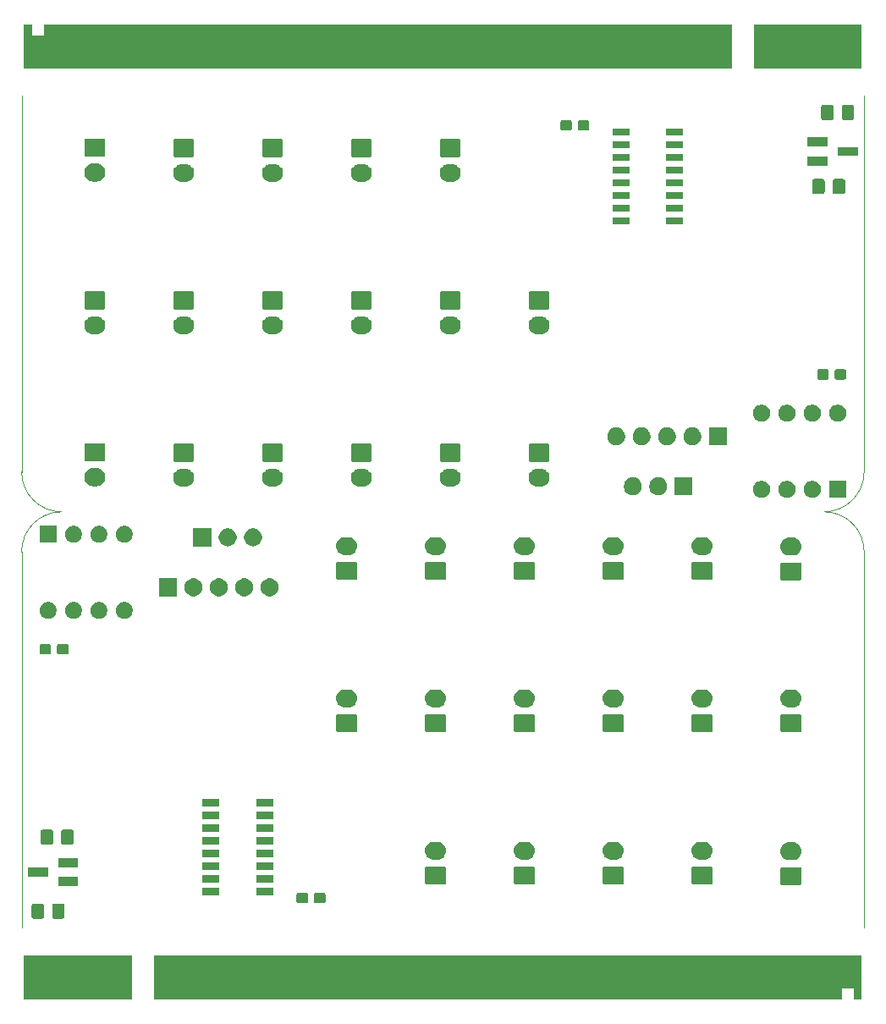
<source format=gbr>
%TF.GenerationSoftware,KiCad,Pcbnew,(5.1.6)-1*%
%TF.CreationDate,2020-06-21T16:44:57+09:00*%
%TF.ProjectId,Solenoid_Valve-fin,536f6c65-6e6f-4696-945f-56616c76652d,rev?*%
%TF.SameCoordinates,Original*%
%TF.FileFunction,Soldermask,Top*%
%TF.FilePolarity,Negative*%
%FSLAX46Y46*%
G04 Gerber Fmt 4.6, Leading zero omitted, Abs format (unit mm)*
G04 Created by KiCad (PCBNEW (5.1.6)-1) date 2020-06-21 16:44:57*
%MOMM*%
%LPD*%
G01*
G04 APERTURE LIST*
%TA.AperFunction,Profile*%
%ADD10C,0.100000*%
%TD*%
%ADD11C,0.100000*%
G04 APERTURE END LIST*
D10*
X204650000Y-37850000D02*
X204650000Y-75450000D01*
X204650000Y-75450000D02*
G75*
G02*
X200650000Y-79450000I-4000000J0D01*
G01*
X124350000Y-79450000D02*
G75*
G02*
X120350000Y-75450000I0J4000000D01*
G01*
X120350000Y-37850000D02*
X120350000Y-75450000D01*
X200650000Y-79450000D02*
G75*
G02*
X204650000Y-83450000I0J-4000000D01*
G01*
X120350000Y-83450000D02*
G75*
G02*
X124350000Y-79450000I4000000J0D01*
G01*
X204650000Y-121050000D02*
X204650000Y-83450000D01*
X120350000Y-121050000D02*
X120350000Y-83450000D01*
D11*
G36*
X204401000Y-128201000D02*
G01*
X203599000Y-128201000D01*
X203599000Y-127225999D01*
X203596598Y-127201613D01*
X203589485Y-127178164D01*
X203577934Y-127156553D01*
X203562389Y-127137611D01*
X203543447Y-127122066D01*
X203521836Y-127110515D01*
X203498387Y-127103402D01*
X203474001Y-127101000D01*
X202525999Y-127101000D01*
X202501613Y-127103402D01*
X202478164Y-127110515D01*
X202456553Y-127122066D01*
X202437611Y-127137611D01*
X202422066Y-127156553D01*
X202410515Y-127178164D01*
X202403402Y-127201613D01*
X202401000Y-127225999D01*
X202401000Y-128201000D01*
X133599000Y-128201000D01*
X133599000Y-123799000D01*
X204401000Y-123799000D01*
X204401000Y-128201000D01*
G37*
G36*
X131401000Y-128201000D02*
G01*
X120599000Y-128201000D01*
X120599000Y-123799000D01*
X131401000Y-123799000D01*
X131401000Y-128201000D01*
G37*
G36*
X124488674Y-118653465D02*
G01*
X124526367Y-118664899D01*
X124561103Y-118683466D01*
X124591548Y-118708452D01*
X124616534Y-118738897D01*
X124635101Y-118773633D01*
X124646535Y-118811326D01*
X124651000Y-118856661D01*
X124651000Y-119943339D01*
X124646535Y-119988674D01*
X124635101Y-120026367D01*
X124616534Y-120061103D01*
X124591548Y-120091548D01*
X124561103Y-120116534D01*
X124526367Y-120135101D01*
X124488674Y-120146535D01*
X124443339Y-120151000D01*
X123606661Y-120151000D01*
X123561326Y-120146535D01*
X123523633Y-120135101D01*
X123488897Y-120116534D01*
X123458452Y-120091548D01*
X123433466Y-120061103D01*
X123414899Y-120026367D01*
X123403465Y-119988674D01*
X123399000Y-119943339D01*
X123399000Y-118856661D01*
X123403465Y-118811326D01*
X123414899Y-118773633D01*
X123433466Y-118738897D01*
X123458452Y-118708452D01*
X123488897Y-118683466D01*
X123523633Y-118664899D01*
X123561326Y-118653465D01*
X123606661Y-118649000D01*
X124443339Y-118649000D01*
X124488674Y-118653465D01*
G37*
G36*
X122438674Y-118653465D02*
G01*
X122476367Y-118664899D01*
X122511103Y-118683466D01*
X122541548Y-118708452D01*
X122566534Y-118738897D01*
X122585101Y-118773633D01*
X122596535Y-118811326D01*
X122601000Y-118856661D01*
X122601000Y-119943339D01*
X122596535Y-119988674D01*
X122585101Y-120026367D01*
X122566534Y-120061103D01*
X122541548Y-120091548D01*
X122511103Y-120116534D01*
X122476367Y-120135101D01*
X122438674Y-120146535D01*
X122393339Y-120151000D01*
X121556661Y-120151000D01*
X121511326Y-120146535D01*
X121473633Y-120135101D01*
X121438897Y-120116534D01*
X121408452Y-120091548D01*
X121383466Y-120061103D01*
X121364899Y-120026367D01*
X121353465Y-119988674D01*
X121349000Y-119943339D01*
X121349000Y-118856661D01*
X121353465Y-118811326D01*
X121364899Y-118773633D01*
X121383466Y-118738897D01*
X121408452Y-118708452D01*
X121438897Y-118683466D01*
X121473633Y-118664899D01*
X121511326Y-118653465D01*
X121556661Y-118649000D01*
X122393339Y-118649000D01*
X122438674Y-118653465D01*
G37*
G36*
X150589499Y-117578445D02*
G01*
X150626995Y-117589820D01*
X150661554Y-117608292D01*
X150691847Y-117633153D01*
X150716708Y-117663446D01*
X150735180Y-117698005D01*
X150746555Y-117735501D01*
X150751000Y-117780638D01*
X150751000Y-118419362D01*
X150746555Y-118464499D01*
X150735180Y-118501995D01*
X150716708Y-118536554D01*
X150691847Y-118566847D01*
X150661554Y-118591708D01*
X150626995Y-118610180D01*
X150589499Y-118621555D01*
X150544362Y-118626000D01*
X149805638Y-118626000D01*
X149760501Y-118621555D01*
X149723005Y-118610180D01*
X149688446Y-118591708D01*
X149658153Y-118566847D01*
X149633292Y-118536554D01*
X149614820Y-118501995D01*
X149603445Y-118464499D01*
X149599000Y-118419362D01*
X149599000Y-117780638D01*
X149603445Y-117735501D01*
X149614820Y-117698005D01*
X149633292Y-117663446D01*
X149658153Y-117633153D01*
X149688446Y-117608292D01*
X149723005Y-117589820D01*
X149760501Y-117578445D01*
X149805638Y-117574000D01*
X150544362Y-117574000D01*
X150589499Y-117578445D01*
G37*
G36*
X148839499Y-117578445D02*
G01*
X148876995Y-117589820D01*
X148911554Y-117608292D01*
X148941847Y-117633153D01*
X148966708Y-117663446D01*
X148985180Y-117698005D01*
X148996555Y-117735501D01*
X149001000Y-117780638D01*
X149001000Y-118419362D01*
X148996555Y-118464499D01*
X148985180Y-118501995D01*
X148966708Y-118536554D01*
X148941847Y-118566847D01*
X148911554Y-118591708D01*
X148876995Y-118610180D01*
X148839499Y-118621555D01*
X148794362Y-118626000D01*
X148055638Y-118626000D01*
X148010501Y-118621555D01*
X147973005Y-118610180D01*
X147938446Y-118591708D01*
X147908153Y-118566847D01*
X147883292Y-118536554D01*
X147864820Y-118501995D01*
X147853445Y-118464499D01*
X147849000Y-118419362D01*
X147849000Y-117780638D01*
X147853445Y-117735501D01*
X147864820Y-117698005D01*
X147883292Y-117663446D01*
X147908153Y-117633153D01*
X147938446Y-117608292D01*
X147973005Y-117589820D01*
X148010501Y-117578445D01*
X148055638Y-117574000D01*
X148794362Y-117574000D01*
X148839499Y-117578445D01*
G37*
G36*
X140145000Y-117815000D02*
G01*
X138455000Y-117815000D01*
X138455000Y-117075000D01*
X140145000Y-117075000D01*
X140145000Y-117815000D01*
G37*
G36*
X145545000Y-117815000D02*
G01*
X143855000Y-117815000D01*
X143855000Y-117075000D01*
X145545000Y-117075000D01*
X145545000Y-117815000D01*
G37*
G36*
X126001000Y-116901000D02*
G01*
X123999000Y-116901000D01*
X123999000Y-115999000D01*
X126001000Y-115999000D01*
X126001000Y-116901000D01*
G37*
G36*
X198238600Y-114992989D02*
G01*
X198271652Y-115003015D01*
X198302103Y-115019292D01*
X198328799Y-115041201D01*
X198350708Y-115067897D01*
X198366985Y-115098348D01*
X198377011Y-115131400D01*
X198381000Y-115171903D01*
X198381000Y-116608097D01*
X198377011Y-116648600D01*
X198366985Y-116681652D01*
X198350708Y-116712103D01*
X198328799Y-116738799D01*
X198302103Y-116760708D01*
X198271652Y-116776985D01*
X198238600Y-116787011D01*
X198198097Y-116791000D01*
X196461903Y-116791000D01*
X196421400Y-116787011D01*
X196388348Y-116776985D01*
X196357897Y-116760708D01*
X196331201Y-116738799D01*
X196309292Y-116712103D01*
X196293015Y-116681652D01*
X196282989Y-116648600D01*
X196279000Y-116608097D01*
X196279000Y-115171903D01*
X196282989Y-115131400D01*
X196293015Y-115098348D01*
X196309292Y-115067897D01*
X196331201Y-115041201D01*
X196357897Y-115019292D01*
X196388348Y-115003015D01*
X196421400Y-114992989D01*
X196461903Y-114989000D01*
X198198097Y-114989000D01*
X198238600Y-114992989D01*
G37*
G36*
X189348600Y-114952989D02*
G01*
X189381652Y-114963015D01*
X189412103Y-114979292D01*
X189438799Y-115001201D01*
X189460708Y-115027897D01*
X189476985Y-115058348D01*
X189487011Y-115091400D01*
X189491000Y-115131903D01*
X189491000Y-116568097D01*
X189487011Y-116608600D01*
X189476985Y-116641652D01*
X189460708Y-116672103D01*
X189438799Y-116698799D01*
X189412103Y-116720708D01*
X189381652Y-116736985D01*
X189348600Y-116747011D01*
X189308097Y-116751000D01*
X187571903Y-116751000D01*
X187531400Y-116747011D01*
X187498348Y-116736985D01*
X187467897Y-116720708D01*
X187441201Y-116698799D01*
X187419292Y-116672103D01*
X187403015Y-116641652D01*
X187392989Y-116608600D01*
X187389000Y-116568097D01*
X187389000Y-115131903D01*
X187392989Y-115091400D01*
X187403015Y-115058348D01*
X187419292Y-115027897D01*
X187441201Y-115001201D01*
X187467897Y-114979292D01*
X187498348Y-114963015D01*
X187531400Y-114952989D01*
X187571903Y-114949000D01*
X189308097Y-114949000D01*
X189348600Y-114952989D01*
G37*
G36*
X162678600Y-114952989D02*
G01*
X162711652Y-114963015D01*
X162742103Y-114979292D01*
X162768799Y-115001201D01*
X162790708Y-115027897D01*
X162806985Y-115058348D01*
X162817011Y-115091400D01*
X162821000Y-115131903D01*
X162821000Y-116568097D01*
X162817011Y-116608600D01*
X162806985Y-116641652D01*
X162790708Y-116672103D01*
X162768799Y-116698799D01*
X162742103Y-116720708D01*
X162711652Y-116736985D01*
X162678600Y-116747011D01*
X162638097Y-116751000D01*
X160901903Y-116751000D01*
X160861400Y-116747011D01*
X160828348Y-116736985D01*
X160797897Y-116720708D01*
X160771201Y-116698799D01*
X160749292Y-116672103D01*
X160733015Y-116641652D01*
X160722989Y-116608600D01*
X160719000Y-116568097D01*
X160719000Y-115131903D01*
X160722989Y-115091400D01*
X160733015Y-115058348D01*
X160749292Y-115027897D01*
X160771201Y-115001201D01*
X160797897Y-114979292D01*
X160828348Y-114963015D01*
X160861400Y-114952989D01*
X160901903Y-114949000D01*
X162638097Y-114949000D01*
X162678600Y-114952989D01*
G37*
G36*
X171568600Y-114952989D02*
G01*
X171601652Y-114963015D01*
X171632103Y-114979292D01*
X171658799Y-115001201D01*
X171680708Y-115027897D01*
X171696985Y-115058348D01*
X171707011Y-115091400D01*
X171711000Y-115131903D01*
X171711000Y-116568097D01*
X171707011Y-116608600D01*
X171696985Y-116641652D01*
X171680708Y-116672103D01*
X171658799Y-116698799D01*
X171632103Y-116720708D01*
X171601652Y-116736985D01*
X171568600Y-116747011D01*
X171528097Y-116751000D01*
X169791903Y-116751000D01*
X169751400Y-116747011D01*
X169718348Y-116736985D01*
X169687897Y-116720708D01*
X169661201Y-116698799D01*
X169639292Y-116672103D01*
X169623015Y-116641652D01*
X169612989Y-116608600D01*
X169609000Y-116568097D01*
X169609000Y-115131903D01*
X169612989Y-115091400D01*
X169623015Y-115058348D01*
X169639292Y-115027897D01*
X169661201Y-115001201D01*
X169687897Y-114979292D01*
X169718348Y-114963015D01*
X169751400Y-114952989D01*
X169791903Y-114949000D01*
X171528097Y-114949000D01*
X171568600Y-114952989D01*
G37*
G36*
X180458600Y-114952989D02*
G01*
X180491652Y-114963015D01*
X180522103Y-114979292D01*
X180548799Y-115001201D01*
X180570708Y-115027897D01*
X180586985Y-115058348D01*
X180597011Y-115091400D01*
X180601000Y-115131903D01*
X180601000Y-116568097D01*
X180597011Y-116608600D01*
X180586985Y-116641652D01*
X180570708Y-116672103D01*
X180548799Y-116698799D01*
X180522103Y-116720708D01*
X180491652Y-116736985D01*
X180458600Y-116747011D01*
X180418097Y-116751000D01*
X178681903Y-116751000D01*
X178641400Y-116747011D01*
X178608348Y-116736985D01*
X178577897Y-116720708D01*
X178551201Y-116698799D01*
X178529292Y-116672103D01*
X178513015Y-116641652D01*
X178502989Y-116608600D01*
X178499000Y-116568097D01*
X178499000Y-115131903D01*
X178502989Y-115091400D01*
X178513015Y-115058348D01*
X178529292Y-115027897D01*
X178551201Y-115001201D01*
X178577897Y-114979292D01*
X178608348Y-114963015D01*
X178641400Y-114952989D01*
X178681903Y-114949000D01*
X180418097Y-114949000D01*
X180458600Y-114952989D01*
G37*
G36*
X145545000Y-116545000D02*
G01*
X143855000Y-116545000D01*
X143855000Y-115805000D01*
X145545000Y-115805000D01*
X145545000Y-116545000D01*
G37*
G36*
X140145000Y-116545000D02*
G01*
X138455000Y-116545000D01*
X138455000Y-115805000D01*
X140145000Y-115805000D01*
X140145000Y-116545000D01*
G37*
G36*
X123001000Y-115951000D02*
G01*
X120999000Y-115951000D01*
X120999000Y-115049000D01*
X123001000Y-115049000D01*
X123001000Y-115951000D01*
G37*
G36*
X145545000Y-115275000D02*
G01*
X143855000Y-115275000D01*
X143855000Y-114535000D01*
X145545000Y-114535000D01*
X145545000Y-115275000D01*
G37*
G36*
X140145000Y-115275000D02*
G01*
X138455000Y-115275000D01*
X138455000Y-114535000D01*
X140145000Y-114535000D01*
X140145000Y-115275000D01*
G37*
G36*
X126001000Y-115001000D02*
G01*
X123999000Y-115001000D01*
X123999000Y-114099000D01*
X126001000Y-114099000D01*
X126001000Y-115001000D01*
G37*
G36*
X197590443Y-112495519D02*
G01*
X197656627Y-112502037D01*
X197826466Y-112553557D01*
X197982991Y-112637222D01*
X198012090Y-112661103D01*
X198120186Y-112749814D01*
X198199951Y-112847009D01*
X198232778Y-112887009D01*
X198316443Y-113043534D01*
X198367963Y-113213373D01*
X198385359Y-113390000D01*
X198367963Y-113566627D01*
X198316443Y-113736466D01*
X198232778Y-113892991D01*
X198203448Y-113928729D01*
X198120186Y-114030186D01*
X198031731Y-114102778D01*
X197982991Y-114142778D01*
X197826466Y-114226443D01*
X197656627Y-114277963D01*
X197590443Y-114284481D01*
X197524260Y-114291000D01*
X197135740Y-114291000D01*
X197069557Y-114284481D01*
X197003373Y-114277963D01*
X196833534Y-114226443D01*
X196677009Y-114142778D01*
X196628269Y-114102778D01*
X196539814Y-114030186D01*
X196456552Y-113928729D01*
X196427222Y-113892991D01*
X196343557Y-113736466D01*
X196292037Y-113566627D01*
X196274641Y-113390000D01*
X196292037Y-113213373D01*
X196343557Y-113043534D01*
X196427222Y-112887009D01*
X196460049Y-112847009D01*
X196539814Y-112749814D01*
X196647910Y-112661103D01*
X196677009Y-112637222D01*
X196833534Y-112553557D01*
X197003373Y-112502037D01*
X197069557Y-112495519D01*
X197135740Y-112489000D01*
X197524260Y-112489000D01*
X197590443Y-112495519D01*
G37*
G36*
X188700443Y-112455519D02*
G01*
X188766627Y-112462037D01*
X188936466Y-112513557D01*
X189092991Y-112597222D01*
X189128504Y-112626367D01*
X189230186Y-112709814D01*
X189313448Y-112811271D01*
X189342778Y-112847009D01*
X189426443Y-113003534D01*
X189477963Y-113173373D01*
X189495359Y-113350000D01*
X189477963Y-113526627D01*
X189426443Y-113696466D01*
X189342778Y-113852991D01*
X189313448Y-113888729D01*
X189230186Y-113990186D01*
X189128729Y-114073448D01*
X189092991Y-114102778D01*
X188936466Y-114186443D01*
X188766627Y-114237963D01*
X188700442Y-114244482D01*
X188634260Y-114251000D01*
X188245740Y-114251000D01*
X188179558Y-114244482D01*
X188113373Y-114237963D01*
X187943534Y-114186443D01*
X187787009Y-114102778D01*
X187751271Y-114073448D01*
X187649814Y-113990186D01*
X187566552Y-113888729D01*
X187537222Y-113852991D01*
X187453557Y-113696466D01*
X187402037Y-113526627D01*
X187384641Y-113350000D01*
X187402037Y-113173373D01*
X187453557Y-113003534D01*
X187537222Y-112847009D01*
X187566552Y-112811271D01*
X187649814Y-112709814D01*
X187751496Y-112626367D01*
X187787009Y-112597222D01*
X187943534Y-112513557D01*
X188113373Y-112462037D01*
X188179557Y-112455519D01*
X188245740Y-112449000D01*
X188634260Y-112449000D01*
X188700443Y-112455519D01*
G37*
G36*
X179810443Y-112455519D02*
G01*
X179876627Y-112462037D01*
X180046466Y-112513557D01*
X180202991Y-112597222D01*
X180238504Y-112626367D01*
X180340186Y-112709814D01*
X180423448Y-112811271D01*
X180452778Y-112847009D01*
X180536443Y-113003534D01*
X180587963Y-113173373D01*
X180605359Y-113350000D01*
X180587963Y-113526627D01*
X180536443Y-113696466D01*
X180452778Y-113852991D01*
X180423448Y-113888729D01*
X180340186Y-113990186D01*
X180238729Y-114073448D01*
X180202991Y-114102778D01*
X180046466Y-114186443D01*
X179876627Y-114237963D01*
X179810442Y-114244482D01*
X179744260Y-114251000D01*
X179355740Y-114251000D01*
X179289558Y-114244482D01*
X179223373Y-114237963D01*
X179053534Y-114186443D01*
X178897009Y-114102778D01*
X178861271Y-114073448D01*
X178759814Y-113990186D01*
X178676552Y-113888729D01*
X178647222Y-113852991D01*
X178563557Y-113696466D01*
X178512037Y-113526627D01*
X178494641Y-113350000D01*
X178512037Y-113173373D01*
X178563557Y-113003534D01*
X178647222Y-112847009D01*
X178676552Y-112811271D01*
X178759814Y-112709814D01*
X178861496Y-112626367D01*
X178897009Y-112597222D01*
X179053534Y-112513557D01*
X179223373Y-112462037D01*
X179289557Y-112455519D01*
X179355740Y-112449000D01*
X179744260Y-112449000D01*
X179810443Y-112455519D01*
G37*
G36*
X162030443Y-112455519D02*
G01*
X162096627Y-112462037D01*
X162266466Y-112513557D01*
X162422991Y-112597222D01*
X162458504Y-112626367D01*
X162560186Y-112709814D01*
X162643448Y-112811271D01*
X162672778Y-112847009D01*
X162756443Y-113003534D01*
X162807963Y-113173373D01*
X162825359Y-113350000D01*
X162807963Y-113526627D01*
X162756443Y-113696466D01*
X162672778Y-113852991D01*
X162643448Y-113888729D01*
X162560186Y-113990186D01*
X162458729Y-114073448D01*
X162422991Y-114102778D01*
X162266466Y-114186443D01*
X162096627Y-114237963D01*
X162030442Y-114244482D01*
X161964260Y-114251000D01*
X161575740Y-114251000D01*
X161509558Y-114244482D01*
X161443373Y-114237963D01*
X161273534Y-114186443D01*
X161117009Y-114102778D01*
X161081271Y-114073448D01*
X160979814Y-113990186D01*
X160896552Y-113888729D01*
X160867222Y-113852991D01*
X160783557Y-113696466D01*
X160732037Y-113526627D01*
X160714641Y-113350000D01*
X160732037Y-113173373D01*
X160783557Y-113003534D01*
X160867222Y-112847009D01*
X160896552Y-112811271D01*
X160979814Y-112709814D01*
X161081496Y-112626367D01*
X161117009Y-112597222D01*
X161273534Y-112513557D01*
X161443373Y-112462037D01*
X161509557Y-112455519D01*
X161575740Y-112449000D01*
X161964260Y-112449000D01*
X162030443Y-112455519D01*
G37*
G36*
X170920443Y-112455519D02*
G01*
X170986627Y-112462037D01*
X171156466Y-112513557D01*
X171312991Y-112597222D01*
X171348504Y-112626367D01*
X171450186Y-112709814D01*
X171533448Y-112811271D01*
X171562778Y-112847009D01*
X171646443Y-113003534D01*
X171697963Y-113173373D01*
X171715359Y-113350000D01*
X171697963Y-113526627D01*
X171646443Y-113696466D01*
X171562778Y-113852991D01*
X171533448Y-113888729D01*
X171450186Y-113990186D01*
X171348729Y-114073448D01*
X171312991Y-114102778D01*
X171156466Y-114186443D01*
X170986627Y-114237963D01*
X170920442Y-114244482D01*
X170854260Y-114251000D01*
X170465740Y-114251000D01*
X170399558Y-114244482D01*
X170333373Y-114237963D01*
X170163534Y-114186443D01*
X170007009Y-114102778D01*
X169971271Y-114073448D01*
X169869814Y-113990186D01*
X169786552Y-113888729D01*
X169757222Y-113852991D01*
X169673557Y-113696466D01*
X169622037Y-113526627D01*
X169604641Y-113350000D01*
X169622037Y-113173373D01*
X169673557Y-113003534D01*
X169757222Y-112847009D01*
X169786552Y-112811271D01*
X169869814Y-112709814D01*
X169971496Y-112626367D01*
X170007009Y-112597222D01*
X170163534Y-112513557D01*
X170333373Y-112462037D01*
X170399557Y-112455519D01*
X170465740Y-112449000D01*
X170854260Y-112449000D01*
X170920443Y-112455519D01*
G37*
G36*
X145545000Y-114005000D02*
G01*
X143855000Y-114005000D01*
X143855000Y-113265000D01*
X145545000Y-113265000D01*
X145545000Y-114005000D01*
G37*
G36*
X140145000Y-114005000D02*
G01*
X138455000Y-114005000D01*
X138455000Y-113265000D01*
X140145000Y-113265000D01*
X140145000Y-114005000D01*
G37*
G36*
X125388674Y-111253465D02*
G01*
X125426367Y-111264899D01*
X125461103Y-111283466D01*
X125491548Y-111308452D01*
X125516534Y-111338897D01*
X125535101Y-111373633D01*
X125546535Y-111411326D01*
X125551000Y-111456661D01*
X125551000Y-112543339D01*
X125546535Y-112588674D01*
X125535101Y-112626367D01*
X125516534Y-112661103D01*
X125491548Y-112691548D01*
X125461103Y-112716534D01*
X125426367Y-112735101D01*
X125388674Y-112746535D01*
X125343339Y-112751000D01*
X124506661Y-112751000D01*
X124461326Y-112746535D01*
X124423633Y-112735101D01*
X124388897Y-112716534D01*
X124358452Y-112691548D01*
X124333466Y-112661103D01*
X124314899Y-112626367D01*
X124303465Y-112588674D01*
X124299000Y-112543339D01*
X124299000Y-111456661D01*
X124303465Y-111411326D01*
X124314899Y-111373633D01*
X124333466Y-111338897D01*
X124358452Y-111308452D01*
X124388897Y-111283466D01*
X124423633Y-111264899D01*
X124461326Y-111253465D01*
X124506661Y-111249000D01*
X125343339Y-111249000D01*
X125388674Y-111253465D01*
G37*
G36*
X123338674Y-111253465D02*
G01*
X123376367Y-111264899D01*
X123411103Y-111283466D01*
X123441548Y-111308452D01*
X123466534Y-111338897D01*
X123485101Y-111373633D01*
X123496535Y-111411326D01*
X123501000Y-111456661D01*
X123501000Y-112543339D01*
X123496535Y-112588674D01*
X123485101Y-112626367D01*
X123466534Y-112661103D01*
X123441548Y-112691548D01*
X123411103Y-112716534D01*
X123376367Y-112735101D01*
X123338674Y-112746535D01*
X123293339Y-112751000D01*
X122456661Y-112751000D01*
X122411326Y-112746535D01*
X122373633Y-112735101D01*
X122338897Y-112716534D01*
X122308452Y-112691548D01*
X122283466Y-112661103D01*
X122264899Y-112626367D01*
X122253465Y-112588674D01*
X122249000Y-112543339D01*
X122249000Y-111456661D01*
X122253465Y-111411326D01*
X122264899Y-111373633D01*
X122283466Y-111338897D01*
X122308452Y-111308452D01*
X122338897Y-111283466D01*
X122373633Y-111264899D01*
X122411326Y-111253465D01*
X122456661Y-111249000D01*
X123293339Y-111249000D01*
X123338674Y-111253465D01*
G37*
G36*
X145545000Y-112735000D02*
G01*
X143855000Y-112735000D01*
X143855000Y-111995000D01*
X145545000Y-111995000D01*
X145545000Y-112735000D01*
G37*
G36*
X140145000Y-112735000D02*
G01*
X138455000Y-112735000D01*
X138455000Y-111995000D01*
X140145000Y-111995000D01*
X140145000Y-112735000D01*
G37*
G36*
X140145000Y-111465000D02*
G01*
X138455000Y-111465000D01*
X138455000Y-110725000D01*
X140145000Y-110725000D01*
X140145000Y-111465000D01*
G37*
G36*
X145545000Y-111465000D02*
G01*
X143855000Y-111465000D01*
X143855000Y-110725000D01*
X145545000Y-110725000D01*
X145545000Y-111465000D01*
G37*
G36*
X145545000Y-110195000D02*
G01*
X143855000Y-110195000D01*
X143855000Y-109455000D01*
X145545000Y-109455000D01*
X145545000Y-110195000D01*
G37*
G36*
X140145000Y-110195000D02*
G01*
X138455000Y-110195000D01*
X138455000Y-109455000D01*
X140145000Y-109455000D01*
X140145000Y-110195000D01*
G37*
G36*
X145545000Y-108925000D02*
G01*
X143855000Y-108925000D01*
X143855000Y-108185000D01*
X145545000Y-108185000D01*
X145545000Y-108925000D01*
G37*
G36*
X140145000Y-108925000D02*
G01*
X138455000Y-108925000D01*
X138455000Y-108185000D01*
X140145000Y-108185000D01*
X140145000Y-108925000D01*
G37*
G36*
X180458600Y-99712989D02*
G01*
X180491652Y-99723015D01*
X180522103Y-99739292D01*
X180548799Y-99761201D01*
X180570708Y-99787897D01*
X180586985Y-99818348D01*
X180597011Y-99851400D01*
X180601000Y-99891903D01*
X180601000Y-101328097D01*
X180597011Y-101368600D01*
X180586985Y-101401652D01*
X180570708Y-101432103D01*
X180548799Y-101458799D01*
X180522103Y-101480708D01*
X180491652Y-101496985D01*
X180458600Y-101507011D01*
X180418097Y-101511000D01*
X178681903Y-101511000D01*
X178641400Y-101507011D01*
X178608348Y-101496985D01*
X178577897Y-101480708D01*
X178551201Y-101458799D01*
X178529292Y-101432103D01*
X178513015Y-101401652D01*
X178502989Y-101368600D01*
X178499000Y-101328097D01*
X178499000Y-99891903D01*
X178502989Y-99851400D01*
X178513015Y-99818348D01*
X178529292Y-99787897D01*
X178551201Y-99761201D01*
X178577897Y-99739292D01*
X178608348Y-99723015D01*
X178641400Y-99712989D01*
X178681903Y-99709000D01*
X180418097Y-99709000D01*
X180458600Y-99712989D01*
G37*
G36*
X153788600Y-99712989D02*
G01*
X153821652Y-99723015D01*
X153852103Y-99739292D01*
X153878799Y-99761201D01*
X153900708Y-99787897D01*
X153916985Y-99818348D01*
X153927011Y-99851400D01*
X153931000Y-99891903D01*
X153931000Y-101328097D01*
X153927011Y-101368600D01*
X153916985Y-101401652D01*
X153900708Y-101432103D01*
X153878799Y-101458799D01*
X153852103Y-101480708D01*
X153821652Y-101496985D01*
X153788600Y-101507011D01*
X153748097Y-101511000D01*
X152011903Y-101511000D01*
X151971400Y-101507011D01*
X151938348Y-101496985D01*
X151907897Y-101480708D01*
X151881201Y-101458799D01*
X151859292Y-101432103D01*
X151843015Y-101401652D01*
X151832989Y-101368600D01*
X151829000Y-101328097D01*
X151829000Y-99891903D01*
X151832989Y-99851400D01*
X151843015Y-99818348D01*
X151859292Y-99787897D01*
X151881201Y-99761201D01*
X151907897Y-99739292D01*
X151938348Y-99723015D01*
X151971400Y-99712989D01*
X152011903Y-99709000D01*
X153748097Y-99709000D01*
X153788600Y-99712989D01*
G37*
G36*
X171568600Y-99712989D02*
G01*
X171601652Y-99723015D01*
X171632103Y-99739292D01*
X171658799Y-99761201D01*
X171680708Y-99787897D01*
X171696985Y-99818348D01*
X171707011Y-99851400D01*
X171711000Y-99891903D01*
X171711000Y-101328097D01*
X171707011Y-101368600D01*
X171696985Y-101401652D01*
X171680708Y-101432103D01*
X171658799Y-101458799D01*
X171632103Y-101480708D01*
X171601652Y-101496985D01*
X171568600Y-101507011D01*
X171528097Y-101511000D01*
X169791903Y-101511000D01*
X169751400Y-101507011D01*
X169718348Y-101496985D01*
X169687897Y-101480708D01*
X169661201Y-101458799D01*
X169639292Y-101432103D01*
X169623015Y-101401652D01*
X169612989Y-101368600D01*
X169609000Y-101328097D01*
X169609000Y-99891903D01*
X169612989Y-99851400D01*
X169623015Y-99818348D01*
X169639292Y-99787897D01*
X169661201Y-99761201D01*
X169687897Y-99739292D01*
X169718348Y-99723015D01*
X169751400Y-99712989D01*
X169791903Y-99709000D01*
X171528097Y-99709000D01*
X171568600Y-99712989D01*
G37*
G36*
X189348600Y-99712989D02*
G01*
X189381652Y-99723015D01*
X189412103Y-99739292D01*
X189438799Y-99761201D01*
X189460708Y-99787897D01*
X189476985Y-99818348D01*
X189487011Y-99851400D01*
X189491000Y-99891903D01*
X189491000Y-101328097D01*
X189487011Y-101368600D01*
X189476985Y-101401652D01*
X189460708Y-101432103D01*
X189438799Y-101458799D01*
X189412103Y-101480708D01*
X189381652Y-101496985D01*
X189348600Y-101507011D01*
X189308097Y-101511000D01*
X187571903Y-101511000D01*
X187531400Y-101507011D01*
X187498348Y-101496985D01*
X187467897Y-101480708D01*
X187441201Y-101458799D01*
X187419292Y-101432103D01*
X187403015Y-101401652D01*
X187392989Y-101368600D01*
X187389000Y-101328097D01*
X187389000Y-99891903D01*
X187392989Y-99851400D01*
X187403015Y-99818348D01*
X187419292Y-99787897D01*
X187441201Y-99761201D01*
X187467897Y-99739292D01*
X187498348Y-99723015D01*
X187531400Y-99712989D01*
X187571903Y-99709000D01*
X189308097Y-99709000D01*
X189348600Y-99712989D01*
G37*
G36*
X162678600Y-99712989D02*
G01*
X162711652Y-99723015D01*
X162742103Y-99739292D01*
X162768799Y-99761201D01*
X162790708Y-99787897D01*
X162806985Y-99818348D01*
X162817011Y-99851400D01*
X162821000Y-99891903D01*
X162821000Y-101328097D01*
X162817011Y-101368600D01*
X162806985Y-101401652D01*
X162790708Y-101432103D01*
X162768799Y-101458799D01*
X162742103Y-101480708D01*
X162711652Y-101496985D01*
X162678600Y-101507011D01*
X162638097Y-101511000D01*
X160901903Y-101511000D01*
X160861400Y-101507011D01*
X160828348Y-101496985D01*
X160797897Y-101480708D01*
X160771201Y-101458799D01*
X160749292Y-101432103D01*
X160733015Y-101401652D01*
X160722989Y-101368600D01*
X160719000Y-101328097D01*
X160719000Y-99891903D01*
X160722989Y-99851400D01*
X160733015Y-99818348D01*
X160749292Y-99787897D01*
X160771201Y-99761201D01*
X160797897Y-99739292D01*
X160828348Y-99723015D01*
X160861400Y-99712989D01*
X160901903Y-99709000D01*
X162638097Y-99709000D01*
X162678600Y-99712989D01*
G37*
G36*
X198238600Y-99712989D02*
G01*
X198271652Y-99723015D01*
X198302103Y-99739292D01*
X198328799Y-99761201D01*
X198350708Y-99787897D01*
X198366985Y-99818348D01*
X198377011Y-99851400D01*
X198381000Y-99891903D01*
X198381000Y-101328097D01*
X198377011Y-101368600D01*
X198366985Y-101401652D01*
X198350708Y-101432103D01*
X198328799Y-101458799D01*
X198302103Y-101480708D01*
X198271652Y-101496985D01*
X198238600Y-101507011D01*
X198198097Y-101511000D01*
X196461903Y-101511000D01*
X196421400Y-101507011D01*
X196388348Y-101496985D01*
X196357897Y-101480708D01*
X196331201Y-101458799D01*
X196309292Y-101432103D01*
X196293015Y-101401652D01*
X196282989Y-101368600D01*
X196279000Y-101328097D01*
X196279000Y-99891903D01*
X196282989Y-99851400D01*
X196293015Y-99818348D01*
X196309292Y-99787897D01*
X196331201Y-99761201D01*
X196357897Y-99739292D01*
X196388348Y-99723015D01*
X196421400Y-99712989D01*
X196461903Y-99709000D01*
X198198097Y-99709000D01*
X198238600Y-99712989D01*
G37*
G36*
X162030443Y-97215519D02*
G01*
X162096627Y-97222037D01*
X162266466Y-97273557D01*
X162422991Y-97357222D01*
X162458729Y-97386552D01*
X162560186Y-97469814D01*
X162643448Y-97571271D01*
X162672778Y-97607009D01*
X162756443Y-97763534D01*
X162807963Y-97933373D01*
X162825359Y-98110000D01*
X162807963Y-98286627D01*
X162756443Y-98456466D01*
X162672778Y-98612991D01*
X162643448Y-98648729D01*
X162560186Y-98750186D01*
X162458729Y-98833448D01*
X162422991Y-98862778D01*
X162266466Y-98946443D01*
X162096627Y-98997963D01*
X162030443Y-99004481D01*
X161964260Y-99011000D01*
X161575740Y-99011000D01*
X161509557Y-99004481D01*
X161443373Y-98997963D01*
X161273534Y-98946443D01*
X161117009Y-98862778D01*
X161081271Y-98833448D01*
X160979814Y-98750186D01*
X160896552Y-98648729D01*
X160867222Y-98612991D01*
X160783557Y-98456466D01*
X160732037Y-98286627D01*
X160714641Y-98110000D01*
X160732037Y-97933373D01*
X160783557Y-97763534D01*
X160867222Y-97607009D01*
X160896552Y-97571271D01*
X160979814Y-97469814D01*
X161081271Y-97386552D01*
X161117009Y-97357222D01*
X161273534Y-97273557D01*
X161443373Y-97222037D01*
X161509557Y-97215519D01*
X161575740Y-97209000D01*
X161964260Y-97209000D01*
X162030443Y-97215519D01*
G37*
G36*
X197590443Y-97215519D02*
G01*
X197656627Y-97222037D01*
X197826466Y-97273557D01*
X197982991Y-97357222D01*
X198018729Y-97386552D01*
X198120186Y-97469814D01*
X198203448Y-97571271D01*
X198232778Y-97607009D01*
X198316443Y-97763534D01*
X198367963Y-97933373D01*
X198385359Y-98110000D01*
X198367963Y-98286627D01*
X198316443Y-98456466D01*
X198232778Y-98612991D01*
X198203448Y-98648729D01*
X198120186Y-98750186D01*
X198018729Y-98833448D01*
X197982991Y-98862778D01*
X197826466Y-98946443D01*
X197656627Y-98997963D01*
X197590443Y-99004481D01*
X197524260Y-99011000D01*
X197135740Y-99011000D01*
X197069557Y-99004481D01*
X197003373Y-98997963D01*
X196833534Y-98946443D01*
X196677009Y-98862778D01*
X196641271Y-98833448D01*
X196539814Y-98750186D01*
X196456552Y-98648729D01*
X196427222Y-98612991D01*
X196343557Y-98456466D01*
X196292037Y-98286627D01*
X196274641Y-98110000D01*
X196292037Y-97933373D01*
X196343557Y-97763534D01*
X196427222Y-97607009D01*
X196456552Y-97571271D01*
X196539814Y-97469814D01*
X196641271Y-97386552D01*
X196677009Y-97357222D01*
X196833534Y-97273557D01*
X197003373Y-97222037D01*
X197069557Y-97215519D01*
X197135740Y-97209000D01*
X197524260Y-97209000D01*
X197590443Y-97215519D01*
G37*
G36*
X188700443Y-97215519D02*
G01*
X188766627Y-97222037D01*
X188936466Y-97273557D01*
X189092991Y-97357222D01*
X189128729Y-97386552D01*
X189230186Y-97469814D01*
X189313448Y-97571271D01*
X189342778Y-97607009D01*
X189426443Y-97763534D01*
X189477963Y-97933373D01*
X189495359Y-98110000D01*
X189477963Y-98286627D01*
X189426443Y-98456466D01*
X189342778Y-98612991D01*
X189313448Y-98648729D01*
X189230186Y-98750186D01*
X189128729Y-98833448D01*
X189092991Y-98862778D01*
X188936466Y-98946443D01*
X188766627Y-98997963D01*
X188700443Y-99004481D01*
X188634260Y-99011000D01*
X188245740Y-99011000D01*
X188179557Y-99004481D01*
X188113373Y-98997963D01*
X187943534Y-98946443D01*
X187787009Y-98862778D01*
X187751271Y-98833448D01*
X187649814Y-98750186D01*
X187566552Y-98648729D01*
X187537222Y-98612991D01*
X187453557Y-98456466D01*
X187402037Y-98286627D01*
X187384641Y-98110000D01*
X187402037Y-97933373D01*
X187453557Y-97763534D01*
X187537222Y-97607009D01*
X187566552Y-97571271D01*
X187649814Y-97469814D01*
X187751271Y-97386552D01*
X187787009Y-97357222D01*
X187943534Y-97273557D01*
X188113373Y-97222037D01*
X188179557Y-97215519D01*
X188245740Y-97209000D01*
X188634260Y-97209000D01*
X188700443Y-97215519D01*
G37*
G36*
X153140443Y-97215519D02*
G01*
X153206627Y-97222037D01*
X153376466Y-97273557D01*
X153532991Y-97357222D01*
X153568729Y-97386552D01*
X153670186Y-97469814D01*
X153753448Y-97571271D01*
X153782778Y-97607009D01*
X153866443Y-97763534D01*
X153917963Y-97933373D01*
X153935359Y-98110000D01*
X153917963Y-98286627D01*
X153866443Y-98456466D01*
X153782778Y-98612991D01*
X153753448Y-98648729D01*
X153670186Y-98750186D01*
X153568729Y-98833448D01*
X153532991Y-98862778D01*
X153376466Y-98946443D01*
X153206627Y-98997963D01*
X153140443Y-99004481D01*
X153074260Y-99011000D01*
X152685740Y-99011000D01*
X152619557Y-99004481D01*
X152553373Y-98997963D01*
X152383534Y-98946443D01*
X152227009Y-98862778D01*
X152191271Y-98833448D01*
X152089814Y-98750186D01*
X152006552Y-98648729D01*
X151977222Y-98612991D01*
X151893557Y-98456466D01*
X151842037Y-98286627D01*
X151824641Y-98110000D01*
X151842037Y-97933373D01*
X151893557Y-97763534D01*
X151977222Y-97607009D01*
X152006552Y-97571271D01*
X152089814Y-97469814D01*
X152191271Y-97386552D01*
X152227009Y-97357222D01*
X152383534Y-97273557D01*
X152553373Y-97222037D01*
X152619557Y-97215519D01*
X152685740Y-97209000D01*
X153074260Y-97209000D01*
X153140443Y-97215519D01*
G37*
G36*
X179810443Y-97215519D02*
G01*
X179876627Y-97222037D01*
X180046466Y-97273557D01*
X180202991Y-97357222D01*
X180238729Y-97386552D01*
X180340186Y-97469814D01*
X180423448Y-97571271D01*
X180452778Y-97607009D01*
X180536443Y-97763534D01*
X180587963Y-97933373D01*
X180605359Y-98110000D01*
X180587963Y-98286627D01*
X180536443Y-98456466D01*
X180452778Y-98612991D01*
X180423448Y-98648729D01*
X180340186Y-98750186D01*
X180238729Y-98833448D01*
X180202991Y-98862778D01*
X180046466Y-98946443D01*
X179876627Y-98997963D01*
X179810443Y-99004481D01*
X179744260Y-99011000D01*
X179355740Y-99011000D01*
X179289557Y-99004481D01*
X179223373Y-98997963D01*
X179053534Y-98946443D01*
X178897009Y-98862778D01*
X178861271Y-98833448D01*
X178759814Y-98750186D01*
X178676552Y-98648729D01*
X178647222Y-98612991D01*
X178563557Y-98456466D01*
X178512037Y-98286627D01*
X178494641Y-98110000D01*
X178512037Y-97933373D01*
X178563557Y-97763534D01*
X178647222Y-97607009D01*
X178676552Y-97571271D01*
X178759814Y-97469814D01*
X178861271Y-97386552D01*
X178897009Y-97357222D01*
X179053534Y-97273557D01*
X179223373Y-97222037D01*
X179289557Y-97215519D01*
X179355740Y-97209000D01*
X179744260Y-97209000D01*
X179810443Y-97215519D01*
G37*
G36*
X170920443Y-97215519D02*
G01*
X170986627Y-97222037D01*
X171156466Y-97273557D01*
X171312991Y-97357222D01*
X171348729Y-97386552D01*
X171450186Y-97469814D01*
X171533448Y-97571271D01*
X171562778Y-97607009D01*
X171646443Y-97763534D01*
X171697963Y-97933373D01*
X171715359Y-98110000D01*
X171697963Y-98286627D01*
X171646443Y-98456466D01*
X171562778Y-98612991D01*
X171533448Y-98648729D01*
X171450186Y-98750186D01*
X171348729Y-98833448D01*
X171312991Y-98862778D01*
X171156466Y-98946443D01*
X170986627Y-98997963D01*
X170920443Y-99004481D01*
X170854260Y-99011000D01*
X170465740Y-99011000D01*
X170399557Y-99004481D01*
X170333373Y-98997963D01*
X170163534Y-98946443D01*
X170007009Y-98862778D01*
X169971271Y-98833448D01*
X169869814Y-98750186D01*
X169786552Y-98648729D01*
X169757222Y-98612991D01*
X169673557Y-98456466D01*
X169622037Y-98286627D01*
X169604641Y-98110000D01*
X169622037Y-97933373D01*
X169673557Y-97763534D01*
X169757222Y-97607009D01*
X169786552Y-97571271D01*
X169869814Y-97469814D01*
X169971271Y-97386552D01*
X170007009Y-97357222D01*
X170163534Y-97273557D01*
X170333373Y-97222037D01*
X170399557Y-97215519D01*
X170465740Y-97209000D01*
X170854260Y-97209000D01*
X170920443Y-97215519D01*
G37*
G36*
X123139499Y-92678445D02*
G01*
X123176995Y-92689820D01*
X123211554Y-92708292D01*
X123241847Y-92733153D01*
X123266708Y-92763446D01*
X123285180Y-92798005D01*
X123296555Y-92835501D01*
X123301000Y-92880638D01*
X123301000Y-93519362D01*
X123296555Y-93564499D01*
X123285180Y-93601995D01*
X123266708Y-93636554D01*
X123241847Y-93666847D01*
X123211554Y-93691708D01*
X123176995Y-93710180D01*
X123139499Y-93721555D01*
X123094362Y-93726000D01*
X122355638Y-93726000D01*
X122310501Y-93721555D01*
X122273005Y-93710180D01*
X122238446Y-93691708D01*
X122208153Y-93666847D01*
X122183292Y-93636554D01*
X122164820Y-93601995D01*
X122153445Y-93564499D01*
X122149000Y-93519362D01*
X122149000Y-92880638D01*
X122153445Y-92835501D01*
X122164820Y-92798005D01*
X122183292Y-92763446D01*
X122208153Y-92733153D01*
X122238446Y-92708292D01*
X122273005Y-92689820D01*
X122310501Y-92678445D01*
X122355638Y-92674000D01*
X123094362Y-92674000D01*
X123139499Y-92678445D01*
G37*
G36*
X124889499Y-92678445D02*
G01*
X124926995Y-92689820D01*
X124961554Y-92708292D01*
X124991847Y-92733153D01*
X125016708Y-92763446D01*
X125035180Y-92798005D01*
X125046555Y-92835501D01*
X125051000Y-92880638D01*
X125051000Y-93519362D01*
X125046555Y-93564499D01*
X125035180Y-93601995D01*
X125016708Y-93636554D01*
X124991847Y-93666847D01*
X124961554Y-93691708D01*
X124926995Y-93710180D01*
X124889499Y-93721555D01*
X124844362Y-93726000D01*
X124105638Y-93726000D01*
X124060501Y-93721555D01*
X124023005Y-93710180D01*
X123988446Y-93691708D01*
X123958153Y-93666847D01*
X123933292Y-93636554D01*
X123914820Y-93601995D01*
X123903445Y-93564499D01*
X123899000Y-93519362D01*
X123899000Y-92880638D01*
X123903445Y-92835501D01*
X123914820Y-92798005D01*
X123933292Y-92763446D01*
X123958153Y-92733153D01*
X123988446Y-92708292D01*
X124023005Y-92689820D01*
X124060501Y-92678445D01*
X124105638Y-92674000D01*
X124844362Y-92674000D01*
X124889499Y-92678445D01*
G37*
G36*
X130868228Y-88501703D02*
G01*
X131023100Y-88565853D01*
X131162481Y-88658985D01*
X131281015Y-88777519D01*
X131374147Y-88916900D01*
X131438297Y-89071772D01*
X131471000Y-89236184D01*
X131471000Y-89403816D01*
X131438297Y-89568228D01*
X131374147Y-89723100D01*
X131281015Y-89862481D01*
X131162481Y-89981015D01*
X131023100Y-90074147D01*
X130868228Y-90138297D01*
X130703816Y-90171000D01*
X130536184Y-90171000D01*
X130371772Y-90138297D01*
X130216900Y-90074147D01*
X130077519Y-89981015D01*
X129958985Y-89862481D01*
X129865853Y-89723100D01*
X129801703Y-89568228D01*
X129769000Y-89403816D01*
X129769000Y-89236184D01*
X129801703Y-89071772D01*
X129865853Y-88916900D01*
X129958985Y-88777519D01*
X130077519Y-88658985D01*
X130216900Y-88565853D01*
X130371772Y-88501703D01*
X130536184Y-88469000D01*
X130703816Y-88469000D01*
X130868228Y-88501703D01*
G37*
G36*
X123248228Y-88501703D02*
G01*
X123403100Y-88565853D01*
X123542481Y-88658985D01*
X123661015Y-88777519D01*
X123754147Y-88916900D01*
X123818297Y-89071772D01*
X123851000Y-89236184D01*
X123851000Y-89403816D01*
X123818297Y-89568228D01*
X123754147Y-89723100D01*
X123661015Y-89862481D01*
X123542481Y-89981015D01*
X123403100Y-90074147D01*
X123248228Y-90138297D01*
X123083816Y-90171000D01*
X122916184Y-90171000D01*
X122751772Y-90138297D01*
X122596900Y-90074147D01*
X122457519Y-89981015D01*
X122338985Y-89862481D01*
X122245853Y-89723100D01*
X122181703Y-89568228D01*
X122149000Y-89403816D01*
X122149000Y-89236184D01*
X122181703Y-89071772D01*
X122245853Y-88916900D01*
X122338985Y-88777519D01*
X122457519Y-88658985D01*
X122596900Y-88565853D01*
X122751772Y-88501703D01*
X122916184Y-88469000D01*
X123083816Y-88469000D01*
X123248228Y-88501703D01*
G37*
G36*
X125788228Y-88501703D02*
G01*
X125943100Y-88565853D01*
X126082481Y-88658985D01*
X126201015Y-88777519D01*
X126294147Y-88916900D01*
X126358297Y-89071772D01*
X126391000Y-89236184D01*
X126391000Y-89403816D01*
X126358297Y-89568228D01*
X126294147Y-89723100D01*
X126201015Y-89862481D01*
X126082481Y-89981015D01*
X125943100Y-90074147D01*
X125788228Y-90138297D01*
X125623816Y-90171000D01*
X125456184Y-90171000D01*
X125291772Y-90138297D01*
X125136900Y-90074147D01*
X124997519Y-89981015D01*
X124878985Y-89862481D01*
X124785853Y-89723100D01*
X124721703Y-89568228D01*
X124689000Y-89403816D01*
X124689000Y-89236184D01*
X124721703Y-89071772D01*
X124785853Y-88916900D01*
X124878985Y-88777519D01*
X124997519Y-88658985D01*
X125136900Y-88565853D01*
X125291772Y-88501703D01*
X125456184Y-88469000D01*
X125623816Y-88469000D01*
X125788228Y-88501703D01*
G37*
G36*
X128328228Y-88501703D02*
G01*
X128483100Y-88565853D01*
X128622481Y-88658985D01*
X128741015Y-88777519D01*
X128834147Y-88916900D01*
X128898297Y-89071772D01*
X128931000Y-89236184D01*
X128931000Y-89403816D01*
X128898297Y-89568228D01*
X128834147Y-89723100D01*
X128741015Y-89862481D01*
X128622481Y-89981015D01*
X128483100Y-90074147D01*
X128328228Y-90138297D01*
X128163816Y-90171000D01*
X127996184Y-90171000D01*
X127831772Y-90138297D01*
X127676900Y-90074147D01*
X127537519Y-89981015D01*
X127418985Y-89862481D01*
X127325853Y-89723100D01*
X127261703Y-89568228D01*
X127229000Y-89403816D01*
X127229000Y-89236184D01*
X127261703Y-89071772D01*
X127325853Y-88916900D01*
X127418985Y-88777519D01*
X127537519Y-88658985D01*
X127676900Y-88565853D01*
X127831772Y-88501703D01*
X127996184Y-88469000D01*
X128163816Y-88469000D01*
X128328228Y-88501703D01*
G37*
G36*
X145273512Y-86103927D02*
G01*
X145422812Y-86133624D01*
X145586784Y-86201544D01*
X145734354Y-86300147D01*
X145859853Y-86425646D01*
X145958456Y-86573216D01*
X146026376Y-86737188D01*
X146061000Y-86911259D01*
X146061000Y-87088741D01*
X146026376Y-87262812D01*
X145958456Y-87426784D01*
X145859853Y-87574354D01*
X145734354Y-87699853D01*
X145586784Y-87798456D01*
X145422812Y-87866376D01*
X145273512Y-87896073D01*
X145248742Y-87901000D01*
X145071258Y-87901000D01*
X145046488Y-87896073D01*
X144897188Y-87866376D01*
X144733216Y-87798456D01*
X144585646Y-87699853D01*
X144460147Y-87574354D01*
X144361544Y-87426784D01*
X144293624Y-87262812D01*
X144259000Y-87088741D01*
X144259000Y-86911259D01*
X144293624Y-86737188D01*
X144361544Y-86573216D01*
X144460147Y-86425646D01*
X144585646Y-86300147D01*
X144733216Y-86201544D01*
X144897188Y-86133624D01*
X145046488Y-86103927D01*
X145071258Y-86099000D01*
X145248742Y-86099000D01*
X145273512Y-86103927D01*
G37*
G36*
X142733512Y-86103927D02*
G01*
X142882812Y-86133624D01*
X143046784Y-86201544D01*
X143194354Y-86300147D01*
X143319853Y-86425646D01*
X143418456Y-86573216D01*
X143486376Y-86737188D01*
X143521000Y-86911259D01*
X143521000Y-87088741D01*
X143486376Y-87262812D01*
X143418456Y-87426784D01*
X143319853Y-87574354D01*
X143194354Y-87699853D01*
X143046784Y-87798456D01*
X142882812Y-87866376D01*
X142733512Y-87896073D01*
X142708742Y-87901000D01*
X142531258Y-87901000D01*
X142506488Y-87896073D01*
X142357188Y-87866376D01*
X142193216Y-87798456D01*
X142045646Y-87699853D01*
X141920147Y-87574354D01*
X141821544Y-87426784D01*
X141753624Y-87262812D01*
X141719000Y-87088741D01*
X141719000Y-86911259D01*
X141753624Y-86737188D01*
X141821544Y-86573216D01*
X141920147Y-86425646D01*
X142045646Y-86300147D01*
X142193216Y-86201544D01*
X142357188Y-86133624D01*
X142506488Y-86103927D01*
X142531258Y-86099000D01*
X142708742Y-86099000D01*
X142733512Y-86103927D01*
G37*
G36*
X140193512Y-86103927D02*
G01*
X140342812Y-86133624D01*
X140506784Y-86201544D01*
X140654354Y-86300147D01*
X140779853Y-86425646D01*
X140878456Y-86573216D01*
X140946376Y-86737188D01*
X140981000Y-86911259D01*
X140981000Y-87088741D01*
X140946376Y-87262812D01*
X140878456Y-87426784D01*
X140779853Y-87574354D01*
X140654354Y-87699853D01*
X140506784Y-87798456D01*
X140342812Y-87866376D01*
X140193512Y-87896073D01*
X140168742Y-87901000D01*
X139991258Y-87901000D01*
X139966488Y-87896073D01*
X139817188Y-87866376D01*
X139653216Y-87798456D01*
X139505646Y-87699853D01*
X139380147Y-87574354D01*
X139281544Y-87426784D01*
X139213624Y-87262812D01*
X139179000Y-87088741D01*
X139179000Y-86911259D01*
X139213624Y-86737188D01*
X139281544Y-86573216D01*
X139380147Y-86425646D01*
X139505646Y-86300147D01*
X139653216Y-86201544D01*
X139817188Y-86133624D01*
X139966488Y-86103927D01*
X139991258Y-86099000D01*
X140168742Y-86099000D01*
X140193512Y-86103927D01*
G37*
G36*
X137653512Y-86103927D02*
G01*
X137802812Y-86133624D01*
X137966784Y-86201544D01*
X138114354Y-86300147D01*
X138239853Y-86425646D01*
X138338456Y-86573216D01*
X138406376Y-86737188D01*
X138441000Y-86911259D01*
X138441000Y-87088741D01*
X138406376Y-87262812D01*
X138338456Y-87426784D01*
X138239853Y-87574354D01*
X138114354Y-87699853D01*
X137966784Y-87798456D01*
X137802812Y-87866376D01*
X137653512Y-87896073D01*
X137628742Y-87901000D01*
X137451258Y-87901000D01*
X137426488Y-87896073D01*
X137277188Y-87866376D01*
X137113216Y-87798456D01*
X136965646Y-87699853D01*
X136840147Y-87574354D01*
X136741544Y-87426784D01*
X136673624Y-87262812D01*
X136639000Y-87088741D01*
X136639000Y-86911259D01*
X136673624Y-86737188D01*
X136741544Y-86573216D01*
X136840147Y-86425646D01*
X136965646Y-86300147D01*
X137113216Y-86201544D01*
X137277188Y-86133624D01*
X137426488Y-86103927D01*
X137451258Y-86099000D01*
X137628742Y-86099000D01*
X137653512Y-86103927D01*
G37*
G36*
X135901000Y-87901000D02*
G01*
X134099000Y-87901000D01*
X134099000Y-86099000D01*
X135901000Y-86099000D01*
X135901000Y-87901000D01*
G37*
G36*
X198238600Y-84512989D02*
G01*
X198271652Y-84523015D01*
X198302103Y-84539292D01*
X198328799Y-84561201D01*
X198350708Y-84587897D01*
X198366985Y-84618348D01*
X198377011Y-84651400D01*
X198381000Y-84691903D01*
X198381000Y-86128097D01*
X198377011Y-86168600D01*
X198366985Y-86201652D01*
X198350708Y-86232103D01*
X198328799Y-86258799D01*
X198302103Y-86280708D01*
X198271652Y-86296985D01*
X198238600Y-86307011D01*
X198198097Y-86311000D01*
X196461903Y-86311000D01*
X196421400Y-86307011D01*
X196388348Y-86296985D01*
X196357897Y-86280708D01*
X196331201Y-86258799D01*
X196309292Y-86232103D01*
X196293015Y-86201652D01*
X196282989Y-86168600D01*
X196279000Y-86128097D01*
X196279000Y-84691903D01*
X196282989Y-84651400D01*
X196293015Y-84618348D01*
X196309292Y-84587897D01*
X196331201Y-84561201D01*
X196357897Y-84539292D01*
X196388348Y-84523015D01*
X196421400Y-84512989D01*
X196461903Y-84509000D01*
X198198097Y-84509000D01*
X198238600Y-84512989D01*
G37*
G36*
X153788600Y-84472989D02*
G01*
X153821652Y-84483015D01*
X153852103Y-84499292D01*
X153878799Y-84521201D01*
X153900708Y-84547897D01*
X153916985Y-84578348D01*
X153927011Y-84611400D01*
X153931000Y-84651903D01*
X153931000Y-86088097D01*
X153927011Y-86128600D01*
X153916985Y-86161652D01*
X153900708Y-86192103D01*
X153878799Y-86218799D01*
X153852103Y-86240708D01*
X153821652Y-86256985D01*
X153788600Y-86267011D01*
X153748097Y-86271000D01*
X152011903Y-86271000D01*
X151971400Y-86267011D01*
X151938348Y-86256985D01*
X151907897Y-86240708D01*
X151881201Y-86218799D01*
X151859292Y-86192103D01*
X151843015Y-86161652D01*
X151832989Y-86128600D01*
X151829000Y-86088097D01*
X151829000Y-84651903D01*
X151832989Y-84611400D01*
X151843015Y-84578348D01*
X151859292Y-84547897D01*
X151881201Y-84521201D01*
X151907897Y-84499292D01*
X151938348Y-84483015D01*
X151971400Y-84472989D01*
X152011903Y-84469000D01*
X153748097Y-84469000D01*
X153788600Y-84472989D01*
G37*
G36*
X189348600Y-84472989D02*
G01*
X189381652Y-84483015D01*
X189412103Y-84499292D01*
X189438799Y-84521201D01*
X189460708Y-84547897D01*
X189476985Y-84578348D01*
X189487011Y-84611400D01*
X189491000Y-84651903D01*
X189491000Y-86088097D01*
X189487011Y-86128600D01*
X189476985Y-86161652D01*
X189460708Y-86192103D01*
X189438799Y-86218799D01*
X189412103Y-86240708D01*
X189381652Y-86256985D01*
X189348600Y-86267011D01*
X189308097Y-86271000D01*
X187571903Y-86271000D01*
X187531400Y-86267011D01*
X187498348Y-86256985D01*
X187467897Y-86240708D01*
X187441201Y-86218799D01*
X187419292Y-86192103D01*
X187403015Y-86161652D01*
X187392989Y-86128600D01*
X187389000Y-86088097D01*
X187389000Y-84651903D01*
X187392989Y-84611400D01*
X187403015Y-84578348D01*
X187419292Y-84547897D01*
X187441201Y-84521201D01*
X187467897Y-84499292D01*
X187498348Y-84483015D01*
X187531400Y-84472989D01*
X187571903Y-84469000D01*
X189308097Y-84469000D01*
X189348600Y-84472989D01*
G37*
G36*
X171568600Y-84472989D02*
G01*
X171601652Y-84483015D01*
X171632103Y-84499292D01*
X171658799Y-84521201D01*
X171680708Y-84547897D01*
X171696985Y-84578348D01*
X171707011Y-84611400D01*
X171711000Y-84651903D01*
X171711000Y-86088097D01*
X171707011Y-86128600D01*
X171696985Y-86161652D01*
X171680708Y-86192103D01*
X171658799Y-86218799D01*
X171632103Y-86240708D01*
X171601652Y-86256985D01*
X171568600Y-86267011D01*
X171528097Y-86271000D01*
X169791903Y-86271000D01*
X169751400Y-86267011D01*
X169718348Y-86256985D01*
X169687897Y-86240708D01*
X169661201Y-86218799D01*
X169639292Y-86192103D01*
X169623015Y-86161652D01*
X169612989Y-86128600D01*
X169609000Y-86088097D01*
X169609000Y-84651903D01*
X169612989Y-84611400D01*
X169623015Y-84578348D01*
X169639292Y-84547897D01*
X169661201Y-84521201D01*
X169687897Y-84499292D01*
X169718348Y-84483015D01*
X169751400Y-84472989D01*
X169791903Y-84469000D01*
X171528097Y-84469000D01*
X171568600Y-84472989D01*
G37*
G36*
X180458600Y-84472989D02*
G01*
X180491652Y-84483015D01*
X180522103Y-84499292D01*
X180548799Y-84521201D01*
X180570708Y-84547897D01*
X180586985Y-84578348D01*
X180597011Y-84611400D01*
X180601000Y-84651903D01*
X180601000Y-86088097D01*
X180597011Y-86128600D01*
X180586985Y-86161652D01*
X180570708Y-86192103D01*
X180548799Y-86218799D01*
X180522103Y-86240708D01*
X180491652Y-86256985D01*
X180458600Y-86267011D01*
X180418097Y-86271000D01*
X178681903Y-86271000D01*
X178641400Y-86267011D01*
X178608348Y-86256985D01*
X178577897Y-86240708D01*
X178551201Y-86218799D01*
X178529292Y-86192103D01*
X178513015Y-86161652D01*
X178502989Y-86128600D01*
X178499000Y-86088097D01*
X178499000Y-84651903D01*
X178502989Y-84611400D01*
X178513015Y-84578348D01*
X178529292Y-84547897D01*
X178551201Y-84521201D01*
X178577897Y-84499292D01*
X178608348Y-84483015D01*
X178641400Y-84472989D01*
X178681903Y-84469000D01*
X180418097Y-84469000D01*
X180458600Y-84472989D01*
G37*
G36*
X162678600Y-84472989D02*
G01*
X162711652Y-84483015D01*
X162742103Y-84499292D01*
X162768799Y-84521201D01*
X162790708Y-84547897D01*
X162806985Y-84578348D01*
X162817011Y-84611400D01*
X162821000Y-84651903D01*
X162821000Y-86088097D01*
X162817011Y-86128600D01*
X162806985Y-86161652D01*
X162790708Y-86192103D01*
X162768799Y-86218799D01*
X162742103Y-86240708D01*
X162711652Y-86256985D01*
X162678600Y-86267011D01*
X162638097Y-86271000D01*
X160901903Y-86271000D01*
X160861400Y-86267011D01*
X160828348Y-86256985D01*
X160797897Y-86240708D01*
X160771201Y-86218799D01*
X160749292Y-86192103D01*
X160733015Y-86161652D01*
X160722989Y-86128600D01*
X160719000Y-86088097D01*
X160719000Y-84651903D01*
X160722989Y-84611400D01*
X160733015Y-84578348D01*
X160749292Y-84547897D01*
X160771201Y-84521201D01*
X160797897Y-84499292D01*
X160828348Y-84483015D01*
X160861400Y-84472989D01*
X160901903Y-84469000D01*
X162638097Y-84469000D01*
X162678600Y-84472989D01*
G37*
G36*
X197590443Y-82015519D02*
G01*
X197656627Y-82022037D01*
X197826466Y-82073557D01*
X197982991Y-82157222D01*
X198018729Y-82186552D01*
X198120186Y-82269814D01*
X198199951Y-82367009D01*
X198232778Y-82407009D01*
X198316443Y-82563534D01*
X198367963Y-82733373D01*
X198385359Y-82910000D01*
X198367963Y-83086627D01*
X198316443Y-83256466D01*
X198232778Y-83412991D01*
X198203448Y-83448729D01*
X198120186Y-83550186D01*
X198031731Y-83622778D01*
X197982991Y-83662778D01*
X197826466Y-83746443D01*
X197656627Y-83797963D01*
X197590443Y-83804481D01*
X197524260Y-83811000D01*
X197135740Y-83811000D01*
X197069557Y-83804481D01*
X197003373Y-83797963D01*
X196833534Y-83746443D01*
X196677009Y-83662778D01*
X196628269Y-83622778D01*
X196539814Y-83550186D01*
X196456552Y-83448729D01*
X196427222Y-83412991D01*
X196343557Y-83256466D01*
X196292037Y-83086627D01*
X196274641Y-82910000D01*
X196292037Y-82733373D01*
X196343557Y-82563534D01*
X196427222Y-82407009D01*
X196460049Y-82367009D01*
X196539814Y-82269814D01*
X196641271Y-82186552D01*
X196677009Y-82157222D01*
X196833534Y-82073557D01*
X197003373Y-82022037D01*
X197069557Y-82015519D01*
X197135740Y-82009000D01*
X197524260Y-82009000D01*
X197590443Y-82015519D01*
G37*
G36*
X170920443Y-81975519D02*
G01*
X170986627Y-81982037D01*
X171156466Y-82033557D01*
X171312991Y-82117222D01*
X171348729Y-82146552D01*
X171450186Y-82229814D01*
X171533448Y-82331271D01*
X171562778Y-82367009D01*
X171646443Y-82523534D01*
X171697963Y-82693373D01*
X171715359Y-82870000D01*
X171697963Y-83046627D01*
X171646443Y-83216466D01*
X171562778Y-83372991D01*
X171533448Y-83408729D01*
X171450186Y-83510186D01*
X171348729Y-83593448D01*
X171312991Y-83622778D01*
X171156466Y-83706443D01*
X170986627Y-83757963D01*
X170920443Y-83764481D01*
X170854260Y-83771000D01*
X170465740Y-83771000D01*
X170399557Y-83764481D01*
X170333373Y-83757963D01*
X170163534Y-83706443D01*
X170007009Y-83622778D01*
X169971271Y-83593448D01*
X169869814Y-83510186D01*
X169786552Y-83408729D01*
X169757222Y-83372991D01*
X169673557Y-83216466D01*
X169622037Y-83046627D01*
X169604641Y-82870000D01*
X169622037Y-82693373D01*
X169673557Y-82523534D01*
X169757222Y-82367009D01*
X169786552Y-82331271D01*
X169869814Y-82229814D01*
X169971271Y-82146552D01*
X170007009Y-82117222D01*
X170163534Y-82033557D01*
X170333373Y-81982037D01*
X170399557Y-81975519D01*
X170465740Y-81969000D01*
X170854260Y-81969000D01*
X170920443Y-81975519D01*
G37*
G36*
X188700443Y-81975519D02*
G01*
X188766627Y-81982037D01*
X188936466Y-82033557D01*
X189092991Y-82117222D01*
X189128729Y-82146552D01*
X189230186Y-82229814D01*
X189313448Y-82331271D01*
X189342778Y-82367009D01*
X189426443Y-82523534D01*
X189477963Y-82693373D01*
X189495359Y-82870000D01*
X189477963Y-83046627D01*
X189426443Y-83216466D01*
X189342778Y-83372991D01*
X189313448Y-83408729D01*
X189230186Y-83510186D01*
X189128729Y-83593448D01*
X189092991Y-83622778D01*
X188936466Y-83706443D01*
X188766627Y-83757963D01*
X188700443Y-83764481D01*
X188634260Y-83771000D01*
X188245740Y-83771000D01*
X188179557Y-83764481D01*
X188113373Y-83757963D01*
X187943534Y-83706443D01*
X187787009Y-83622778D01*
X187751271Y-83593448D01*
X187649814Y-83510186D01*
X187566552Y-83408729D01*
X187537222Y-83372991D01*
X187453557Y-83216466D01*
X187402037Y-83046627D01*
X187384641Y-82870000D01*
X187402037Y-82693373D01*
X187453557Y-82523534D01*
X187537222Y-82367009D01*
X187566552Y-82331271D01*
X187649814Y-82229814D01*
X187751271Y-82146552D01*
X187787009Y-82117222D01*
X187943534Y-82033557D01*
X188113373Y-81982037D01*
X188179557Y-81975519D01*
X188245740Y-81969000D01*
X188634260Y-81969000D01*
X188700443Y-81975519D01*
G37*
G36*
X179810443Y-81975519D02*
G01*
X179876627Y-81982037D01*
X180046466Y-82033557D01*
X180202991Y-82117222D01*
X180238729Y-82146552D01*
X180340186Y-82229814D01*
X180423448Y-82331271D01*
X180452778Y-82367009D01*
X180536443Y-82523534D01*
X180587963Y-82693373D01*
X180605359Y-82870000D01*
X180587963Y-83046627D01*
X180536443Y-83216466D01*
X180452778Y-83372991D01*
X180423448Y-83408729D01*
X180340186Y-83510186D01*
X180238729Y-83593448D01*
X180202991Y-83622778D01*
X180046466Y-83706443D01*
X179876627Y-83757963D01*
X179810443Y-83764481D01*
X179744260Y-83771000D01*
X179355740Y-83771000D01*
X179289557Y-83764481D01*
X179223373Y-83757963D01*
X179053534Y-83706443D01*
X178897009Y-83622778D01*
X178861271Y-83593448D01*
X178759814Y-83510186D01*
X178676552Y-83408729D01*
X178647222Y-83372991D01*
X178563557Y-83216466D01*
X178512037Y-83046627D01*
X178494641Y-82870000D01*
X178512037Y-82693373D01*
X178563557Y-82523534D01*
X178647222Y-82367009D01*
X178676552Y-82331271D01*
X178759814Y-82229814D01*
X178861271Y-82146552D01*
X178897009Y-82117222D01*
X179053534Y-82033557D01*
X179223373Y-81982037D01*
X179289557Y-81975519D01*
X179355740Y-81969000D01*
X179744260Y-81969000D01*
X179810443Y-81975519D01*
G37*
G36*
X153140443Y-81975519D02*
G01*
X153206627Y-81982037D01*
X153376466Y-82033557D01*
X153532991Y-82117222D01*
X153568729Y-82146552D01*
X153670186Y-82229814D01*
X153753448Y-82331271D01*
X153782778Y-82367009D01*
X153866443Y-82523534D01*
X153917963Y-82693373D01*
X153935359Y-82870000D01*
X153917963Y-83046627D01*
X153866443Y-83216466D01*
X153782778Y-83372991D01*
X153753448Y-83408729D01*
X153670186Y-83510186D01*
X153568729Y-83593448D01*
X153532991Y-83622778D01*
X153376466Y-83706443D01*
X153206627Y-83757963D01*
X153140443Y-83764481D01*
X153074260Y-83771000D01*
X152685740Y-83771000D01*
X152619557Y-83764481D01*
X152553373Y-83757963D01*
X152383534Y-83706443D01*
X152227009Y-83622778D01*
X152191271Y-83593448D01*
X152089814Y-83510186D01*
X152006552Y-83408729D01*
X151977222Y-83372991D01*
X151893557Y-83216466D01*
X151842037Y-83046627D01*
X151824641Y-82870000D01*
X151842037Y-82693373D01*
X151893557Y-82523534D01*
X151977222Y-82367009D01*
X152006552Y-82331271D01*
X152089814Y-82229814D01*
X152191271Y-82146552D01*
X152227009Y-82117222D01*
X152383534Y-82033557D01*
X152553373Y-81982037D01*
X152619557Y-81975519D01*
X152685740Y-81969000D01*
X153074260Y-81969000D01*
X153140443Y-81975519D01*
G37*
G36*
X162030443Y-81975519D02*
G01*
X162096627Y-81982037D01*
X162266466Y-82033557D01*
X162422991Y-82117222D01*
X162458729Y-82146552D01*
X162560186Y-82229814D01*
X162643448Y-82331271D01*
X162672778Y-82367009D01*
X162756443Y-82523534D01*
X162807963Y-82693373D01*
X162825359Y-82870000D01*
X162807963Y-83046627D01*
X162756443Y-83216466D01*
X162672778Y-83372991D01*
X162643448Y-83408729D01*
X162560186Y-83510186D01*
X162458729Y-83593448D01*
X162422991Y-83622778D01*
X162266466Y-83706443D01*
X162096627Y-83757963D01*
X162030443Y-83764481D01*
X161964260Y-83771000D01*
X161575740Y-83771000D01*
X161509557Y-83764481D01*
X161443373Y-83757963D01*
X161273534Y-83706443D01*
X161117009Y-83622778D01*
X161081271Y-83593448D01*
X160979814Y-83510186D01*
X160896552Y-83408729D01*
X160867222Y-83372991D01*
X160783557Y-83216466D01*
X160732037Y-83046627D01*
X160714641Y-82870000D01*
X160732037Y-82693373D01*
X160783557Y-82523534D01*
X160867222Y-82367009D01*
X160896552Y-82331271D01*
X160979814Y-82229814D01*
X161081271Y-82146552D01*
X161117009Y-82117222D01*
X161273534Y-82033557D01*
X161443373Y-81982037D01*
X161509557Y-81975519D01*
X161575740Y-81969000D01*
X161964260Y-81969000D01*
X162030443Y-81975519D01*
G37*
G36*
X143613512Y-81103927D02*
G01*
X143762812Y-81133624D01*
X143926784Y-81201544D01*
X144074354Y-81300147D01*
X144199853Y-81425646D01*
X144298456Y-81573216D01*
X144366376Y-81737188D01*
X144396073Y-81886488D01*
X144401000Y-81911258D01*
X144401000Y-82088742D01*
X144398144Y-82103100D01*
X144366376Y-82262812D01*
X144298456Y-82426784D01*
X144199853Y-82574354D01*
X144074354Y-82699853D01*
X143926784Y-82798456D01*
X143762812Y-82866376D01*
X143613512Y-82896073D01*
X143588742Y-82901000D01*
X143411258Y-82901000D01*
X143386488Y-82896073D01*
X143237188Y-82866376D01*
X143073216Y-82798456D01*
X142925646Y-82699853D01*
X142800147Y-82574354D01*
X142701544Y-82426784D01*
X142633624Y-82262812D01*
X142601856Y-82103100D01*
X142599000Y-82088742D01*
X142599000Y-81911258D01*
X142603927Y-81886488D01*
X142633624Y-81737188D01*
X142701544Y-81573216D01*
X142800147Y-81425646D01*
X142925646Y-81300147D01*
X143073216Y-81201544D01*
X143237188Y-81133624D01*
X143386488Y-81103927D01*
X143411258Y-81099000D01*
X143588742Y-81099000D01*
X143613512Y-81103927D01*
G37*
G36*
X141073512Y-81103927D02*
G01*
X141222812Y-81133624D01*
X141386784Y-81201544D01*
X141534354Y-81300147D01*
X141659853Y-81425646D01*
X141758456Y-81573216D01*
X141826376Y-81737188D01*
X141856073Y-81886488D01*
X141861000Y-81911258D01*
X141861000Y-82088742D01*
X141858144Y-82103100D01*
X141826376Y-82262812D01*
X141758456Y-82426784D01*
X141659853Y-82574354D01*
X141534354Y-82699853D01*
X141386784Y-82798456D01*
X141222812Y-82866376D01*
X141073512Y-82896073D01*
X141048742Y-82901000D01*
X140871258Y-82901000D01*
X140846488Y-82896073D01*
X140697188Y-82866376D01*
X140533216Y-82798456D01*
X140385646Y-82699853D01*
X140260147Y-82574354D01*
X140161544Y-82426784D01*
X140093624Y-82262812D01*
X140061856Y-82103100D01*
X140059000Y-82088742D01*
X140059000Y-81911258D01*
X140063927Y-81886488D01*
X140093624Y-81737188D01*
X140161544Y-81573216D01*
X140260147Y-81425646D01*
X140385646Y-81300147D01*
X140533216Y-81201544D01*
X140697188Y-81133624D01*
X140846488Y-81103927D01*
X140871258Y-81099000D01*
X141048742Y-81099000D01*
X141073512Y-81103927D01*
G37*
G36*
X139321000Y-82901000D02*
G01*
X137519000Y-82901000D01*
X137519000Y-81099000D01*
X139321000Y-81099000D01*
X139321000Y-82901000D01*
G37*
G36*
X128328228Y-80881703D02*
G01*
X128483100Y-80945853D01*
X128622481Y-81038985D01*
X128741015Y-81157519D01*
X128834147Y-81296900D01*
X128898297Y-81451772D01*
X128931000Y-81616184D01*
X128931000Y-81783816D01*
X128898297Y-81948228D01*
X128834147Y-82103100D01*
X128741015Y-82242481D01*
X128622481Y-82361015D01*
X128483100Y-82454147D01*
X128328228Y-82518297D01*
X128163816Y-82551000D01*
X127996184Y-82551000D01*
X127831772Y-82518297D01*
X127676900Y-82454147D01*
X127537519Y-82361015D01*
X127418985Y-82242481D01*
X127325853Y-82103100D01*
X127261703Y-81948228D01*
X127229000Y-81783816D01*
X127229000Y-81616184D01*
X127261703Y-81451772D01*
X127325853Y-81296900D01*
X127418985Y-81157519D01*
X127537519Y-81038985D01*
X127676900Y-80945853D01*
X127831772Y-80881703D01*
X127996184Y-80849000D01*
X128163816Y-80849000D01*
X128328228Y-80881703D01*
G37*
G36*
X125788228Y-80881703D02*
G01*
X125943100Y-80945853D01*
X126082481Y-81038985D01*
X126201015Y-81157519D01*
X126294147Y-81296900D01*
X126358297Y-81451772D01*
X126391000Y-81616184D01*
X126391000Y-81783816D01*
X126358297Y-81948228D01*
X126294147Y-82103100D01*
X126201015Y-82242481D01*
X126082481Y-82361015D01*
X125943100Y-82454147D01*
X125788228Y-82518297D01*
X125623816Y-82551000D01*
X125456184Y-82551000D01*
X125291772Y-82518297D01*
X125136900Y-82454147D01*
X124997519Y-82361015D01*
X124878985Y-82242481D01*
X124785853Y-82103100D01*
X124721703Y-81948228D01*
X124689000Y-81783816D01*
X124689000Y-81616184D01*
X124721703Y-81451772D01*
X124785853Y-81296900D01*
X124878985Y-81157519D01*
X124997519Y-81038985D01*
X125136900Y-80945853D01*
X125291772Y-80881703D01*
X125456184Y-80849000D01*
X125623816Y-80849000D01*
X125788228Y-80881703D01*
G37*
G36*
X123851000Y-82551000D02*
G01*
X122149000Y-82551000D01*
X122149000Y-80849000D01*
X123851000Y-80849000D01*
X123851000Y-82551000D01*
G37*
G36*
X130868228Y-80881703D02*
G01*
X131023100Y-80945853D01*
X131162481Y-81038985D01*
X131281015Y-81157519D01*
X131374147Y-81296900D01*
X131438297Y-81451772D01*
X131471000Y-81616184D01*
X131471000Y-81783816D01*
X131438297Y-81948228D01*
X131374147Y-82103100D01*
X131281015Y-82242481D01*
X131162481Y-82361015D01*
X131023100Y-82454147D01*
X130868228Y-82518297D01*
X130703816Y-82551000D01*
X130536184Y-82551000D01*
X130371772Y-82518297D01*
X130216900Y-82454147D01*
X130077519Y-82361015D01*
X129958985Y-82242481D01*
X129865853Y-82103100D01*
X129801703Y-81948228D01*
X129769000Y-81783816D01*
X129769000Y-81616184D01*
X129801703Y-81451772D01*
X129865853Y-81296900D01*
X129958985Y-81157519D01*
X130077519Y-81038985D01*
X130216900Y-80945853D01*
X130371772Y-80881703D01*
X130536184Y-80849000D01*
X130703816Y-80849000D01*
X130868228Y-80881703D01*
G37*
G36*
X202851000Y-78051000D02*
G01*
X201149000Y-78051000D01*
X201149000Y-76349000D01*
X202851000Y-76349000D01*
X202851000Y-78051000D01*
G37*
G36*
X194628228Y-76381703D02*
G01*
X194783100Y-76445853D01*
X194922481Y-76538985D01*
X195041015Y-76657519D01*
X195134147Y-76796900D01*
X195198297Y-76951772D01*
X195231000Y-77116184D01*
X195231000Y-77283816D01*
X195198297Y-77448228D01*
X195134147Y-77603100D01*
X195041015Y-77742481D01*
X194922481Y-77861015D01*
X194783100Y-77954147D01*
X194628228Y-78018297D01*
X194463816Y-78051000D01*
X194296184Y-78051000D01*
X194131772Y-78018297D01*
X193976900Y-77954147D01*
X193837519Y-77861015D01*
X193718985Y-77742481D01*
X193625853Y-77603100D01*
X193561703Y-77448228D01*
X193529000Y-77283816D01*
X193529000Y-77116184D01*
X193561703Y-76951772D01*
X193625853Y-76796900D01*
X193718985Y-76657519D01*
X193837519Y-76538985D01*
X193976900Y-76445853D01*
X194131772Y-76381703D01*
X194296184Y-76349000D01*
X194463816Y-76349000D01*
X194628228Y-76381703D01*
G37*
G36*
X199708228Y-76381703D02*
G01*
X199863100Y-76445853D01*
X200002481Y-76538985D01*
X200121015Y-76657519D01*
X200214147Y-76796900D01*
X200278297Y-76951772D01*
X200311000Y-77116184D01*
X200311000Y-77283816D01*
X200278297Y-77448228D01*
X200214147Y-77603100D01*
X200121015Y-77742481D01*
X200002481Y-77861015D01*
X199863100Y-77954147D01*
X199708228Y-78018297D01*
X199543816Y-78051000D01*
X199376184Y-78051000D01*
X199211772Y-78018297D01*
X199056900Y-77954147D01*
X198917519Y-77861015D01*
X198798985Y-77742481D01*
X198705853Y-77603100D01*
X198641703Y-77448228D01*
X198609000Y-77283816D01*
X198609000Y-77116184D01*
X198641703Y-76951772D01*
X198705853Y-76796900D01*
X198798985Y-76657519D01*
X198917519Y-76538985D01*
X199056900Y-76445853D01*
X199211772Y-76381703D01*
X199376184Y-76349000D01*
X199543816Y-76349000D01*
X199708228Y-76381703D01*
G37*
G36*
X197168228Y-76381703D02*
G01*
X197323100Y-76445853D01*
X197462481Y-76538985D01*
X197581015Y-76657519D01*
X197674147Y-76796900D01*
X197738297Y-76951772D01*
X197771000Y-77116184D01*
X197771000Y-77283816D01*
X197738297Y-77448228D01*
X197674147Y-77603100D01*
X197581015Y-77742481D01*
X197462481Y-77861015D01*
X197323100Y-77954147D01*
X197168228Y-78018297D01*
X197003816Y-78051000D01*
X196836184Y-78051000D01*
X196671772Y-78018297D01*
X196516900Y-77954147D01*
X196377519Y-77861015D01*
X196258985Y-77742481D01*
X196165853Y-77603100D01*
X196101703Y-77448228D01*
X196069000Y-77283816D01*
X196069000Y-77116184D01*
X196101703Y-76951772D01*
X196165853Y-76796900D01*
X196258985Y-76657519D01*
X196377519Y-76538985D01*
X196516900Y-76445853D01*
X196671772Y-76381703D01*
X196836184Y-76349000D01*
X197003816Y-76349000D01*
X197168228Y-76381703D01*
G37*
G36*
X181613512Y-76003927D02*
G01*
X181762812Y-76033624D01*
X181926784Y-76101544D01*
X182074354Y-76200147D01*
X182199853Y-76325646D01*
X182298456Y-76473216D01*
X182366376Y-76637188D01*
X182395335Y-76782778D01*
X182398145Y-76796903D01*
X182401000Y-76811259D01*
X182401000Y-76988741D01*
X182366376Y-77162812D01*
X182298456Y-77326784D01*
X182199853Y-77474354D01*
X182074354Y-77599853D01*
X181926784Y-77698456D01*
X181762812Y-77766376D01*
X181613512Y-77796073D01*
X181588742Y-77801000D01*
X181411258Y-77801000D01*
X181386488Y-77796073D01*
X181237188Y-77766376D01*
X181073216Y-77698456D01*
X180925646Y-77599853D01*
X180800147Y-77474354D01*
X180701544Y-77326784D01*
X180633624Y-77162812D01*
X180599000Y-76988741D01*
X180599000Y-76811259D01*
X180601856Y-76796903D01*
X180604665Y-76782778D01*
X180633624Y-76637188D01*
X180701544Y-76473216D01*
X180800147Y-76325646D01*
X180925646Y-76200147D01*
X181073216Y-76101544D01*
X181237188Y-76033624D01*
X181386488Y-76003927D01*
X181411258Y-75999000D01*
X181588742Y-75999000D01*
X181613512Y-76003927D01*
G37*
G36*
X184153512Y-76003927D02*
G01*
X184302812Y-76033624D01*
X184466784Y-76101544D01*
X184614354Y-76200147D01*
X184739853Y-76325646D01*
X184838456Y-76473216D01*
X184906376Y-76637188D01*
X184935335Y-76782778D01*
X184938145Y-76796903D01*
X184941000Y-76811259D01*
X184941000Y-76988741D01*
X184906376Y-77162812D01*
X184838456Y-77326784D01*
X184739853Y-77474354D01*
X184614354Y-77599853D01*
X184466784Y-77698456D01*
X184302812Y-77766376D01*
X184153512Y-77796073D01*
X184128742Y-77801000D01*
X183951258Y-77801000D01*
X183926488Y-77796073D01*
X183777188Y-77766376D01*
X183613216Y-77698456D01*
X183465646Y-77599853D01*
X183340147Y-77474354D01*
X183241544Y-77326784D01*
X183173624Y-77162812D01*
X183139000Y-76988741D01*
X183139000Y-76811259D01*
X183141856Y-76796903D01*
X183144665Y-76782778D01*
X183173624Y-76637188D01*
X183241544Y-76473216D01*
X183340147Y-76325646D01*
X183465646Y-76200147D01*
X183613216Y-76101544D01*
X183777188Y-76033624D01*
X183926488Y-76003927D01*
X183951258Y-75999000D01*
X184128742Y-75999000D01*
X184153512Y-76003927D01*
G37*
G36*
X187481000Y-77801000D02*
G01*
X185679000Y-77801000D01*
X185679000Y-75999000D01*
X187481000Y-75999000D01*
X187481000Y-77801000D01*
G37*
G36*
X172380442Y-75135518D02*
G01*
X172446627Y-75142037D01*
X172616466Y-75193557D01*
X172772991Y-75277222D01*
X172808729Y-75306552D01*
X172910186Y-75389814D01*
X172989951Y-75487009D01*
X173022778Y-75527009D01*
X173106443Y-75683534D01*
X173157963Y-75853373D01*
X173175359Y-76030000D01*
X173157963Y-76206627D01*
X173106443Y-76376466D01*
X173022778Y-76532991D01*
X172993448Y-76568729D01*
X172910186Y-76670186D01*
X172821731Y-76742778D01*
X172772991Y-76782778D01*
X172616466Y-76866443D01*
X172446627Y-76917963D01*
X172380442Y-76924482D01*
X172314260Y-76931000D01*
X171925740Y-76931000D01*
X171859558Y-76924482D01*
X171793373Y-76917963D01*
X171623534Y-76866443D01*
X171467009Y-76782778D01*
X171418269Y-76742778D01*
X171329814Y-76670186D01*
X171246552Y-76568729D01*
X171217222Y-76532991D01*
X171133557Y-76376466D01*
X171082037Y-76206627D01*
X171064641Y-76030000D01*
X171082037Y-75853373D01*
X171133557Y-75683534D01*
X171217222Y-75527009D01*
X171250049Y-75487009D01*
X171329814Y-75389814D01*
X171431271Y-75306552D01*
X171467009Y-75277222D01*
X171623534Y-75193557D01*
X171793373Y-75142037D01*
X171859558Y-75135518D01*
X171925740Y-75129000D01*
X172314260Y-75129000D01*
X172380442Y-75135518D01*
G37*
G36*
X145710442Y-75135518D02*
G01*
X145776627Y-75142037D01*
X145946466Y-75193557D01*
X146102991Y-75277222D01*
X146138729Y-75306552D01*
X146240186Y-75389814D01*
X146319951Y-75487009D01*
X146352778Y-75527009D01*
X146436443Y-75683534D01*
X146487963Y-75853373D01*
X146505359Y-76030000D01*
X146487963Y-76206627D01*
X146436443Y-76376466D01*
X146352778Y-76532991D01*
X146323448Y-76568729D01*
X146240186Y-76670186D01*
X146151731Y-76742778D01*
X146102991Y-76782778D01*
X145946466Y-76866443D01*
X145776627Y-76917963D01*
X145710442Y-76924482D01*
X145644260Y-76931000D01*
X145255740Y-76931000D01*
X145189558Y-76924482D01*
X145123373Y-76917963D01*
X144953534Y-76866443D01*
X144797009Y-76782778D01*
X144748269Y-76742778D01*
X144659814Y-76670186D01*
X144576552Y-76568729D01*
X144547222Y-76532991D01*
X144463557Y-76376466D01*
X144412037Y-76206627D01*
X144394641Y-76030000D01*
X144412037Y-75853373D01*
X144463557Y-75683534D01*
X144547222Y-75527009D01*
X144580049Y-75487009D01*
X144659814Y-75389814D01*
X144761271Y-75306552D01*
X144797009Y-75277222D01*
X144953534Y-75193557D01*
X145123373Y-75142037D01*
X145189558Y-75135518D01*
X145255740Y-75129000D01*
X145644260Y-75129000D01*
X145710442Y-75135518D01*
G37*
G36*
X154600442Y-75135518D02*
G01*
X154666627Y-75142037D01*
X154836466Y-75193557D01*
X154992991Y-75277222D01*
X155028729Y-75306552D01*
X155130186Y-75389814D01*
X155209951Y-75487009D01*
X155242778Y-75527009D01*
X155326443Y-75683534D01*
X155377963Y-75853373D01*
X155395359Y-76030000D01*
X155377963Y-76206627D01*
X155326443Y-76376466D01*
X155242778Y-76532991D01*
X155213448Y-76568729D01*
X155130186Y-76670186D01*
X155041731Y-76742778D01*
X154992991Y-76782778D01*
X154836466Y-76866443D01*
X154666627Y-76917963D01*
X154600442Y-76924482D01*
X154534260Y-76931000D01*
X154145740Y-76931000D01*
X154079558Y-76924482D01*
X154013373Y-76917963D01*
X153843534Y-76866443D01*
X153687009Y-76782778D01*
X153638269Y-76742778D01*
X153549814Y-76670186D01*
X153466552Y-76568729D01*
X153437222Y-76532991D01*
X153353557Y-76376466D01*
X153302037Y-76206627D01*
X153284641Y-76030000D01*
X153302037Y-75853373D01*
X153353557Y-75683534D01*
X153437222Y-75527009D01*
X153470049Y-75487009D01*
X153549814Y-75389814D01*
X153651271Y-75306552D01*
X153687009Y-75277222D01*
X153843534Y-75193557D01*
X154013373Y-75142037D01*
X154079558Y-75135518D01*
X154145740Y-75129000D01*
X154534260Y-75129000D01*
X154600442Y-75135518D01*
G37*
G36*
X163490442Y-75135518D02*
G01*
X163556627Y-75142037D01*
X163726466Y-75193557D01*
X163882991Y-75277222D01*
X163918729Y-75306552D01*
X164020186Y-75389814D01*
X164099951Y-75487009D01*
X164132778Y-75527009D01*
X164216443Y-75683534D01*
X164267963Y-75853373D01*
X164285359Y-76030000D01*
X164267963Y-76206627D01*
X164216443Y-76376466D01*
X164132778Y-76532991D01*
X164103448Y-76568729D01*
X164020186Y-76670186D01*
X163931731Y-76742778D01*
X163882991Y-76782778D01*
X163726466Y-76866443D01*
X163556627Y-76917963D01*
X163490442Y-76924482D01*
X163424260Y-76931000D01*
X163035740Y-76931000D01*
X162969558Y-76924482D01*
X162903373Y-76917963D01*
X162733534Y-76866443D01*
X162577009Y-76782778D01*
X162528269Y-76742778D01*
X162439814Y-76670186D01*
X162356552Y-76568729D01*
X162327222Y-76532991D01*
X162243557Y-76376466D01*
X162192037Y-76206627D01*
X162174641Y-76030000D01*
X162192037Y-75853373D01*
X162243557Y-75683534D01*
X162327222Y-75527009D01*
X162360049Y-75487009D01*
X162439814Y-75389814D01*
X162541271Y-75306552D01*
X162577009Y-75277222D01*
X162733534Y-75193557D01*
X162903373Y-75142037D01*
X162969558Y-75135518D01*
X163035740Y-75129000D01*
X163424260Y-75129000D01*
X163490442Y-75135518D01*
G37*
G36*
X136820442Y-75135518D02*
G01*
X136886627Y-75142037D01*
X137056466Y-75193557D01*
X137212991Y-75277222D01*
X137248729Y-75306552D01*
X137350186Y-75389814D01*
X137429951Y-75487009D01*
X137462778Y-75527009D01*
X137546443Y-75683534D01*
X137597963Y-75853373D01*
X137615359Y-76030000D01*
X137597963Y-76206627D01*
X137546443Y-76376466D01*
X137462778Y-76532991D01*
X137433448Y-76568729D01*
X137350186Y-76670186D01*
X137261731Y-76742778D01*
X137212991Y-76782778D01*
X137056466Y-76866443D01*
X136886627Y-76917963D01*
X136820442Y-76924482D01*
X136754260Y-76931000D01*
X136365740Y-76931000D01*
X136299558Y-76924482D01*
X136233373Y-76917963D01*
X136063534Y-76866443D01*
X135907009Y-76782778D01*
X135858269Y-76742778D01*
X135769814Y-76670186D01*
X135686552Y-76568729D01*
X135657222Y-76532991D01*
X135573557Y-76376466D01*
X135522037Y-76206627D01*
X135504641Y-76030000D01*
X135522037Y-75853373D01*
X135573557Y-75683534D01*
X135657222Y-75527009D01*
X135690049Y-75487009D01*
X135769814Y-75389814D01*
X135871271Y-75306552D01*
X135907009Y-75277222D01*
X136063534Y-75193557D01*
X136233373Y-75142037D01*
X136299558Y-75135518D01*
X136365740Y-75129000D01*
X136754260Y-75129000D01*
X136820442Y-75135518D01*
G37*
G36*
X127930443Y-75095519D02*
G01*
X127996627Y-75102037D01*
X128166466Y-75153557D01*
X128322991Y-75237222D01*
X128358729Y-75266552D01*
X128460186Y-75349814D01*
X128543448Y-75451271D01*
X128572778Y-75487009D01*
X128656443Y-75643534D01*
X128707963Y-75813373D01*
X128725359Y-75990000D01*
X128707963Y-76166627D01*
X128656443Y-76336466D01*
X128572778Y-76492991D01*
X128543448Y-76528729D01*
X128460186Y-76630186D01*
X128358729Y-76713448D01*
X128322991Y-76742778D01*
X128166466Y-76826443D01*
X127996627Y-76877963D01*
X127930442Y-76884482D01*
X127864260Y-76891000D01*
X127475740Y-76891000D01*
X127409558Y-76884482D01*
X127343373Y-76877963D01*
X127173534Y-76826443D01*
X127017009Y-76742778D01*
X126981271Y-76713448D01*
X126879814Y-76630186D01*
X126796552Y-76528729D01*
X126767222Y-76492991D01*
X126683557Y-76336466D01*
X126632037Y-76166627D01*
X126614641Y-75990000D01*
X126632037Y-75813373D01*
X126683557Y-75643534D01*
X126767222Y-75487009D01*
X126796552Y-75451271D01*
X126879814Y-75349814D01*
X126981271Y-75266552D01*
X127017009Y-75237222D01*
X127173534Y-75153557D01*
X127343373Y-75102037D01*
X127409557Y-75095519D01*
X127475740Y-75089000D01*
X127864260Y-75089000D01*
X127930443Y-75095519D01*
G37*
G36*
X164138600Y-72632989D02*
G01*
X164171652Y-72643015D01*
X164202103Y-72659292D01*
X164228799Y-72681201D01*
X164250708Y-72707897D01*
X164266985Y-72738348D01*
X164277011Y-72771400D01*
X164281000Y-72811903D01*
X164281000Y-74248097D01*
X164277011Y-74288600D01*
X164266985Y-74321652D01*
X164250708Y-74352103D01*
X164228799Y-74378799D01*
X164202103Y-74400708D01*
X164171652Y-74416985D01*
X164138600Y-74427011D01*
X164098097Y-74431000D01*
X162361903Y-74431000D01*
X162321400Y-74427011D01*
X162288348Y-74416985D01*
X162257897Y-74400708D01*
X162231201Y-74378799D01*
X162209292Y-74352103D01*
X162193015Y-74321652D01*
X162182989Y-74288600D01*
X162179000Y-74248097D01*
X162179000Y-72811903D01*
X162182989Y-72771400D01*
X162193015Y-72738348D01*
X162209292Y-72707897D01*
X162231201Y-72681201D01*
X162257897Y-72659292D01*
X162288348Y-72643015D01*
X162321400Y-72632989D01*
X162361903Y-72629000D01*
X164098097Y-72629000D01*
X164138600Y-72632989D01*
G37*
G36*
X173028600Y-72632989D02*
G01*
X173061652Y-72643015D01*
X173092103Y-72659292D01*
X173118799Y-72681201D01*
X173140708Y-72707897D01*
X173156985Y-72738348D01*
X173167011Y-72771400D01*
X173171000Y-72811903D01*
X173171000Y-74248097D01*
X173167011Y-74288600D01*
X173156985Y-74321652D01*
X173140708Y-74352103D01*
X173118799Y-74378799D01*
X173092103Y-74400708D01*
X173061652Y-74416985D01*
X173028600Y-74427011D01*
X172988097Y-74431000D01*
X171251903Y-74431000D01*
X171211400Y-74427011D01*
X171178348Y-74416985D01*
X171147897Y-74400708D01*
X171121201Y-74378799D01*
X171099292Y-74352103D01*
X171083015Y-74321652D01*
X171072989Y-74288600D01*
X171069000Y-74248097D01*
X171069000Y-72811903D01*
X171072989Y-72771400D01*
X171083015Y-72738348D01*
X171099292Y-72707897D01*
X171121201Y-72681201D01*
X171147897Y-72659292D01*
X171178348Y-72643015D01*
X171211400Y-72632989D01*
X171251903Y-72629000D01*
X172988097Y-72629000D01*
X173028600Y-72632989D01*
G37*
G36*
X137468600Y-72632989D02*
G01*
X137501652Y-72643015D01*
X137532103Y-72659292D01*
X137558799Y-72681201D01*
X137580708Y-72707897D01*
X137596985Y-72738348D01*
X137607011Y-72771400D01*
X137611000Y-72811903D01*
X137611000Y-74248097D01*
X137607011Y-74288600D01*
X137596985Y-74321652D01*
X137580708Y-74352103D01*
X137558799Y-74378799D01*
X137532103Y-74400708D01*
X137501652Y-74416985D01*
X137468600Y-74427011D01*
X137428097Y-74431000D01*
X135691903Y-74431000D01*
X135651400Y-74427011D01*
X135618348Y-74416985D01*
X135587897Y-74400708D01*
X135561201Y-74378799D01*
X135539292Y-74352103D01*
X135523015Y-74321652D01*
X135512989Y-74288600D01*
X135509000Y-74248097D01*
X135509000Y-72811903D01*
X135512989Y-72771400D01*
X135523015Y-72738348D01*
X135539292Y-72707897D01*
X135561201Y-72681201D01*
X135587897Y-72659292D01*
X135618348Y-72643015D01*
X135651400Y-72632989D01*
X135691903Y-72629000D01*
X137428097Y-72629000D01*
X137468600Y-72632989D01*
G37*
G36*
X146358600Y-72632989D02*
G01*
X146391652Y-72643015D01*
X146422103Y-72659292D01*
X146448799Y-72681201D01*
X146470708Y-72707897D01*
X146486985Y-72738348D01*
X146497011Y-72771400D01*
X146501000Y-72811903D01*
X146501000Y-74248097D01*
X146497011Y-74288600D01*
X146486985Y-74321652D01*
X146470708Y-74352103D01*
X146448799Y-74378799D01*
X146422103Y-74400708D01*
X146391652Y-74416985D01*
X146358600Y-74427011D01*
X146318097Y-74431000D01*
X144581903Y-74431000D01*
X144541400Y-74427011D01*
X144508348Y-74416985D01*
X144477897Y-74400708D01*
X144451201Y-74378799D01*
X144429292Y-74352103D01*
X144413015Y-74321652D01*
X144402989Y-74288600D01*
X144399000Y-74248097D01*
X144399000Y-72811903D01*
X144402989Y-72771400D01*
X144413015Y-72738348D01*
X144429292Y-72707897D01*
X144451201Y-72681201D01*
X144477897Y-72659292D01*
X144508348Y-72643015D01*
X144541400Y-72632989D01*
X144581903Y-72629000D01*
X146318097Y-72629000D01*
X146358600Y-72632989D01*
G37*
G36*
X155248600Y-72632989D02*
G01*
X155281652Y-72643015D01*
X155312103Y-72659292D01*
X155338799Y-72681201D01*
X155360708Y-72707897D01*
X155376985Y-72738348D01*
X155387011Y-72771400D01*
X155391000Y-72811903D01*
X155391000Y-74248097D01*
X155387011Y-74288600D01*
X155376985Y-74321652D01*
X155360708Y-74352103D01*
X155338799Y-74378799D01*
X155312103Y-74400708D01*
X155281652Y-74416985D01*
X155248600Y-74427011D01*
X155208097Y-74431000D01*
X153471903Y-74431000D01*
X153431400Y-74427011D01*
X153398348Y-74416985D01*
X153367897Y-74400708D01*
X153341201Y-74378799D01*
X153319292Y-74352103D01*
X153303015Y-74321652D01*
X153292989Y-74288600D01*
X153289000Y-74248097D01*
X153289000Y-72811903D01*
X153292989Y-72771400D01*
X153303015Y-72738348D01*
X153319292Y-72707897D01*
X153341201Y-72681201D01*
X153367897Y-72659292D01*
X153398348Y-72643015D01*
X153431400Y-72632989D01*
X153471903Y-72629000D01*
X155208097Y-72629000D01*
X155248600Y-72632989D01*
G37*
G36*
X128578600Y-72592989D02*
G01*
X128611652Y-72603015D01*
X128642103Y-72619292D01*
X128668799Y-72641201D01*
X128690708Y-72667897D01*
X128706985Y-72698348D01*
X128717011Y-72731400D01*
X128721000Y-72771903D01*
X128721000Y-74208097D01*
X128717011Y-74248600D01*
X128706985Y-74281652D01*
X128690708Y-74312103D01*
X128668799Y-74338799D01*
X128642103Y-74360708D01*
X128611652Y-74376985D01*
X128578600Y-74387011D01*
X128538097Y-74391000D01*
X126801903Y-74391000D01*
X126761400Y-74387011D01*
X126728348Y-74376985D01*
X126697897Y-74360708D01*
X126671201Y-74338799D01*
X126649292Y-74312103D01*
X126633015Y-74281652D01*
X126622989Y-74248600D01*
X126619000Y-74208097D01*
X126619000Y-72771903D01*
X126622989Y-72731400D01*
X126633015Y-72698348D01*
X126649292Y-72667897D01*
X126671201Y-72641201D01*
X126697897Y-72619292D01*
X126728348Y-72603015D01*
X126761400Y-72592989D01*
X126801903Y-72589000D01*
X128538097Y-72589000D01*
X128578600Y-72592989D01*
G37*
G36*
X182493512Y-71003927D02*
G01*
X182642812Y-71033624D01*
X182806784Y-71101544D01*
X182954354Y-71200147D01*
X183079853Y-71325646D01*
X183178456Y-71473216D01*
X183246376Y-71637188D01*
X183281000Y-71811259D01*
X183281000Y-71988741D01*
X183246376Y-72162812D01*
X183178456Y-72326784D01*
X183079853Y-72474354D01*
X182954354Y-72599853D01*
X182806784Y-72698456D01*
X182642812Y-72766376D01*
X182493512Y-72796073D01*
X182468742Y-72801000D01*
X182291258Y-72801000D01*
X182266488Y-72796073D01*
X182117188Y-72766376D01*
X181953216Y-72698456D01*
X181805646Y-72599853D01*
X181680147Y-72474354D01*
X181581544Y-72326784D01*
X181513624Y-72162812D01*
X181479000Y-71988741D01*
X181479000Y-71811259D01*
X181513624Y-71637188D01*
X181581544Y-71473216D01*
X181680147Y-71325646D01*
X181805646Y-71200147D01*
X181953216Y-71101544D01*
X182117188Y-71033624D01*
X182266488Y-71003927D01*
X182291258Y-70999000D01*
X182468742Y-70999000D01*
X182493512Y-71003927D01*
G37*
G36*
X187573512Y-71003927D02*
G01*
X187722812Y-71033624D01*
X187886784Y-71101544D01*
X188034354Y-71200147D01*
X188159853Y-71325646D01*
X188258456Y-71473216D01*
X188326376Y-71637188D01*
X188361000Y-71811259D01*
X188361000Y-71988741D01*
X188326376Y-72162812D01*
X188258456Y-72326784D01*
X188159853Y-72474354D01*
X188034354Y-72599853D01*
X187886784Y-72698456D01*
X187722812Y-72766376D01*
X187573512Y-72796073D01*
X187548742Y-72801000D01*
X187371258Y-72801000D01*
X187346488Y-72796073D01*
X187197188Y-72766376D01*
X187033216Y-72698456D01*
X186885646Y-72599853D01*
X186760147Y-72474354D01*
X186661544Y-72326784D01*
X186593624Y-72162812D01*
X186559000Y-71988741D01*
X186559000Y-71811259D01*
X186593624Y-71637188D01*
X186661544Y-71473216D01*
X186760147Y-71325646D01*
X186885646Y-71200147D01*
X187033216Y-71101544D01*
X187197188Y-71033624D01*
X187346488Y-71003927D01*
X187371258Y-70999000D01*
X187548742Y-70999000D01*
X187573512Y-71003927D01*
G37*
G36*
X185033512Y-71003927D02*
G01*
X185182812Y-71033624D01*
X185346784Y-71101544D01*
X185494354Y-71200147D01*
X185619853Y-71325646D01*
X185718456Y-71473216D01*
X185786376Y-71637188D01*
X185821000Y-71811259D01*
X185821000Y-71988741D01*
X185786376Y-72162812D01*
X185718456Y-72326784D01*
X185619853Y-72474354D01*
X185494354Y-72599853D01*
X185346784Y-72698456D01*
X185182812Y-72766376D01*
X185033512Y-72796073D01*
X185008742Y-72801000D01*
X184831258Y-72801000D01*
X184806488Y-72796073D01*
X184657188Y-72766376D01*
X184493216Y-72698456D01*
X184345646Y-72599853D01*
X184220147Y-72474354D01*
X184121544Y-72326784D01*
X184053624Y-72162812D01*
X184019000Y-71988741D01*
X184019000Y-71811259D01*
X184053624Y-71637188D01*
X184121544Y-71473216D01*
X184220147Y-71325646D01*
X184345646Y-71200147D01*
X184493216Y-71101544D01*
X184657188Y-71033624D01*
X184806488Y-71003927D01*
X184831258Y-70999000D01*
X185008742Y-70999000D01*
X185033512Y-71003927D01*
G37*
G36*
X190901000Y-72801000D02*
G01*
X189099000Y-72801000D01*
X189099000Y-70999000D01*
X190901000Y-70999000D01*
X190901000Y-72801000D01*
G37*
G36*
X179953512Y-71003927D02*
G01*
X180102812Y-71033624D01*
X180266784Y-71101544D01*
X180414354Y-71200147D01*
X180539853Y-71325646D01*
X180638456Y-71473216D01*
X180706376Y-71637188D01*
X180741000Y-71811259D01*
X180741000Y-71988741D01*
X180706376Y-72162812D01*
X180638456Y-72326784D01*
X180539853Y-72474354D01*
X180414354Y-72599853D01*
X180266784Y-72698456D01*
X180102812Y-72766376D01*
X179953512Y-72796073D01*
X179928742Y-72801000D01*
X179751258Y-72801000D01*
X179726488Y-72796073D01*
X179577188Y-72766376D01*
X179413216Y-72698456D01*
X179265646Y-72599853D01*
X179140147Y-72474354D01*
X179041544Y-72326784D01*
X178973624Y-72162812D01*
X178939000Y-71988741D01*
X178939000Y-71811259D01*
X178973624Y-71637188D01*
X179041544Y-71473216D01*
X179140147Y-71325646D01*
X179265646Y-71200147D01*
X179413216Y-71101544D01*
X179577188Y-71033624D01*
X179726488Y-71003927D01*
X179751258Y-70999000D01*
X179928742Y-70999000D01*
X179953512Y-71003927D01*
G37*
G36*
X199708228Y-68761703D02*
G01*
X199863100Y-68825853D01*
X200002481Y-68918985D01*
X200121015Y-69037519D01*
X200214147Y-69176900D01*
X200278297Y-69331772D01*
X200311000Y-69496184D01*
X200311000Y-69663816D01*
X200278297Y-69828228D01*
X200214147Y-69983100D01*
X200121015Y-70122481D01*
X200002481Y-70241015D01*
X199863100Y-70334147D01*
X199708228Y-70398297D01*
X199543816Y-70431000D01*
X199376184Y-70431000D01*
X199211772Y-70398297D01*
X199056900Y-70334147D01*
X198917519Y-70241015D01*
X198798985Y-70122481D01*
X198705853Y-69983100D01*
X198641703Y-69828228D01*
X198609000Y-69663816D01*
X198609000Y-69496184D01*
X198641703Y-69331772D01*
X198705853Y-69176900D01*
X198798985Y-69037519D01*
X198917519Y-68918985D01*
X199056900Y-68825853D01*
X199211772Y-68761703D01*
X199376184Y-68729000D01*
X199543816Y-68729000D01*
X199708228Y-68761703D01*
G37*
G36*
X202248228Y-68761703D02*
G01*
X202403100Y-68825853D01*
X202542481Y-68918985D01*
X202661015Y-69037519D01*
X202754147Y-69176900D01*
X202818297Y-69331772D01*
X202851000Y-69496184D01*
X202851000Y-69663816D01*
X202818297Y-69828228D01*
X202754147Y-69983100D01*
X202661015Y-70122481D01*
X202542481Y-70241015D01*
X202403100Y-70334147D01*
X202248228Y-70398297D01*
X202083816Y-70431000D01*
X201916184Y-70431000D01*
X201751772Y-70398297D01*
X201596900Y-70334147D01*
X201457519Y-70241015D01*
X201338985Y-70122481D01*
X201245853Y-69983100D01*
X201181703Y-69828228D01*
X201149000Y-69663816D01*
X201149000Y-69496184D01*
X201181703Y-69331772D01*
X201245853Y-69176900D01*
X201338985Y-69037519D01*
X201457519Y-68918985D01*
X201596900Y-68825853D01*
X201751772Y-68761703D01*
X201916184Y-68729000D01*
X202083816Y-68729000D01*
X202248228Y-68761703D01*
G37*
G36*
X194628228Y-68761703D02*
G01*
X194783100Y-68825853D01*
X194922481Y-68918985D01*
X195041015Y-69037519D01*
X195134147Y-69176900D01*
X195198297Y-69331772D01*
X195231000Y-69496184D01*
X195231000Y-69663816D01*
X195198297Y-69828228D01*
X195134147Y-69983100D01*
X195041015Y-70122481D01*
X194922481Y-70241015D01*
X194783100Y-70334147D01*
X194628228Y-70398297D01*
X194463816Y-70431000D01*
X194296184Y-70431000D01*
X194131772Y-70398297D01*
X193976900Y-70334147D01*
X193837519Y-70241015D01*
X193718985Y-70122481D01*
X193625853Y-69983100D01*
X193561703Y-69828228D01*
X193529000Y-69663816D01*
X193529000Y-69496184D01*
X193561703Y-69331772D01*
X193625853Y-69176900D01*
X193718985Y-69037519D01*
X193837519Y-68918985D01*
X193976900Y-68825853D01*
X194131772Y-68761703D01*
X194296184Y-68729000D01*
X194463816Y-68729000D01*
X194628228Y-68761703D01*
G37*
G36*
X197168228Y-68761703D02*
G01*
X197323100Y-68825853D01*
X197462481Y-68918985D01*
X197581015Y-69037519D01*
X197674147Y-69176900D01*
X197738297Y-69331772D01*
X197771000Y-69496184D01*
X197771000Y-69663816D01*
X197738297Y-69828228D01*
X197674147Y-69983100D01*
X197581015Y-70122481D01*
X197462481Y-70241015D01*
X197323100Y-70334147D01*
X197168228Y-70398297D01*
X197003816Y-70431000D01*
X196836184Y-70431000D01*
X196671772Y-70398297D01*
X196516900Y-70334147D01*
X196377519Y-70241015D01*
X196258985Y-70122481D01*
X196165853Y-69983100D01*
X196101703Y-69828228D01*
X196069000Y-69663816D01*
X196069000Y-69496184D01*
X196101703Y-69331772D01*
X196165853Y-69176900D01*
X196258985Y-69037519D01*
X196377519Y-68918985D01*
X196516900Y-68825853D01*
X196671772Y-68761703D01*
X196836184Y-68729000D01*
X197003816Y-68729000D01*
X197168228Y-68761703D01*
G37*
G36*
X200939499Y-65178445D02*
G01*
X200976995Y-65189820D01*
X201011554Y-65208292D01*
X201041847Y-65233153D01*
X201066708Y-65263446D01*
X201085180Y-65298005D01*
X201096555Y-65335501D01*
X201101000Y-65380638D01*
X201101000Y-66019362D01*
X201096555Y-66064499D01*
X201085180Y-66101995D01*
X201066708Y-66136554D01*
X201041847Y-66166847D01*
X201011554Y-66191708D01*
X200976995Y-66210180D01*
X200939499Y-66221555D01*
X200894362Y-66226000D01*
X200155638Y-66226000D01*
X200110501Y-66221555D01*
X200073005Y-66210180D01*
X200038446Y-66191708D01*
X200008153Y-66166847D01*
X199983292Y-66136554D01*
X199964820Y-66101995D01*
X199953445Y-66064499D01*
X199949000Y-66019362D01*
X199949000Y-65380638D01*
X199953445Y-65335501D01*
X199964820Y-65298005D01*
X199983292Y-65263446D01*
X200008153Y-65233153D01*
X200038446Y-65208292D01*
X200073005Y-65189820D01*
X200110501Y-65178445D01*
X200155638Y-65174000D01*
X200894362Y-65174000D01*
X200939499Y-65178445D01*
G37*
G36*
X202689499Y-65178445D02*
G01*
X202726995Y-65189820D01*
X202761554Y-65208292D01*
X202791847Y-65233153D01*
X202816708Y-65263446D01*
X202835180Y-65298005D01*
X202846555Y-65335501D01*
X202851000Y-65380638D01*
X202851000Y-66019362D01*
X202846555Y-66064499D01*
X202835180Y-66101995D01*
X202816708Y-66136554D01*
X202791847Y-66166847D01*
X202761554Y-66191708D01*
X202726995Y-66210180D01*
X202689499Y-66221555D01*
X202644362Y-66226000D01*
X201905638Y-66226000D01*
X201860501Y-66221555D01*
X201823005Y-66210180D01*
X201788446Y-66191708D01*
X201758153Y-66166847D01*
X201733292Y-66136554D01*
X201714820Y-66101995D01*
X201703445Y-66064499D01*
X201699000Y-66019362D01*
X201699000Y-65380638D01*
X201703445Y-65335501D01*
X201714820Y-65298005D01*
X201733292Y-65263446D01*
X201758153Y-65233153D01*
X201788446Y-65208292D01*
X201823005Y-65189820D01*
X201860501Y-65178445D01*
X201905638Y-65174000D01*
X202644362Y-65174000D01*
X202689499Y-65178445D01*
G37*
G36*
X172380442Y-59895518D02*
G01*
X172446627Y-59902037D01*
X172616466Y-59953557D01*
X172772991Y-60037222D01*
X172808729Y-60066552D01*
X172910186Y-60149814D01*
X172993448Y-60251271D01*
X173022778Y-60287009D01*
X173106443Y-60443534D01*
X173157963Y-60613373D01*
X173175359Y-60790000D01*
X173157963Y-60966627D01*
X173106443Y-61136466D01*
X173022778Y-61292991D01*
X172993448Y-61328729D01*
X172910186Y-61430186D01*
X172808729Y-61513448D01*
X172772991Y-61542778D01*
X172616466Y-61626443D01*
X172446627Y-61677963D01*
X172380443Y-61684481D01*
X172314260Y-61691000D01*
X171925740Y-61691000D01*
X171859557Y-61684481D01*
X171793373Y-61677963D01*
X171623534Y-61626443D01*
X171467009Y-61542778D01*
X171431271Y-61513448D01*
X171329814Y-61430186D01*
X171246552Y-61328729D01*
X171217222Y-61292991D01*
X171133557Y-61136466D01*
X171082037Y-60966627D01*
X171064641Y-60790000D01*
X171082037Y-60613373D01*
X171133557Y-60443534D01*
X171217222Y-60287009D01*
X171246552Y-60251271D01*
X171329814Y-60149814D01*
X171431271Y-60066552D01*
X171467009Y-60037222D01*
X171623534Y-59953557D01*
X171793373Y-59902037D01*
X171859558Y-59895518D01*
X171925740Y-59889000D01*
X172314260Y-59889000D01*
X172380442Y-59895518D01*
G37*
G36*
X127930442Y-59895518D02*
G01*
X127996627Y-59902037D01*
X128166466Y-59953557D01*
X128322991Y-60037222D01*
X128358729Y-60066552D01*
X128460186Y-60149814D01*
X128543448Y-60251271D01*
X128572778Y-60287009D01*
X128656443Y-60443534D01*
X128707963Y-60613373D01*
X128725359Y-60790000D01*
X128707963Y-60966627D01*
X128656443Y-61136466D01*
X128572778Y-61292991D01*
X128543448Y-61328729D01*
X128460186Y-61430186D01*
X128358729Y-61513448D01*
X128322991Y-61542778D01*
X128166466Y-61626443D01*
X127996627Y-61677963D01*
X127930443Y-61684481D01*
X127864260Y-61691000D01*
X127475740Y-61691000D01*
X127409557Y-61684481D01*
X127343373Y-61677963D01*
X127173534Y-61626443D01*
X127017009Y-61542778D01*
X126981271Y-61513448D01*
X126879814Y-61430186D01*
X126796552Y-61328729D01*
X126767222Y-61292991D01*
X126683557Y-61136466D01*
X126632037Y-60966627D01*
X126614641Y-60790000D01*
X126632037Y-60613373D01*
X126683557Y-60443534D01*
X126767222Y-60287009D01*
X126796552Y-60251271D01*
X126879814Y-60149814D01*
X126981271Y-60066552D01*
X127017009Y-60037222D01*
X127173534Y-59953557D01*
X127343373Y-59902037D01*
X127409558Y-59895518D01*
X127475740Y-59889000D01*
X127864260Y-59889000D01*
X127930442Y-59895518D01*
G37*
G36*
X136820442Y-59895518D02*
G01*
X136886627Y-59902037D01*
X137056466Y-59953557D01*
X137212991Y-60037222D01*
X137248729Y-60066552D01*
X137350186Y-60149814D01*
X137433448Y-60251271D01*
X137462778Y-60287009D01*
X137546443Y-60443534D01*
X137597963Y-60613373D01*
X137615359Y-60790000D01*
X137597963Y-60966627D01*
X137546443Y-61136466D01*
X137462778Y-61292991D01*
X137433448Y-61328729D01*
X137350186Y-61430186D01*
X137248729Y-61513448D01*
X137212991Y-61542778D01*
X137056466Y-61626443D01*
X136886627Y-61677963D01*
X136820443Y-61684481D01*
X136754260Y-61691000D01*
X136365740Y-61691000D01*
X136299557Y-61684481D01*
X136233373Y-61677963D01*
X136063534Y-61626443D01*
X135907009Y-61542778D01*
X135871271Y-61513448D01*
X135769814Y-61430186D01*
X135686552Y-61328729D01*
X135657222Y-61292991D01*
X135573557Y-61136466D01*
X135522037Y-60966627D01*
X135504641Y-60790000D01*
X135522037Y-60613373D01*
X135573557Y-60443534D01*
X135657222Y-60287009D01*
X135686552Y-60251271D01*
X135769814Y-60149814D01*
X135871271Y-60066552D01*
X135907009Y-60037222D01*
X136063534Y-59953557D01*
X136233373Y-59902037D01*
X136299558Y-59895518D01*
X136365740Y-59889000D01*
X136754260Y-59889000D01*
X136820442Y-59895518D01*
G37*
G36*
X145710442Y-59895518D02*
G01*
X145776627Y-59902037D01*
X145946466Y-59953557D01*
X146102991Y-60037222D01*
X146138729Y-60066552D01*
X146240186Y-60149814D01*
X146323448Y-60251271D01*
X146352778Y-60287009D01*
X146436443Y-60443534D01*
X146487963Y-60613373D01*
X146505359Y-60790000D01*
X146487963Y-60966627D01*
X146436443Y-61136466D01*
X146352778Y-61292991D01*
X146323448Y-61328729D01*
X146240186Y-61430186D01*
X146138729Y-61513448D01*
X146102991Y-61542778D01*
X145946466Y-61626443D01*
X145776627Y-61677963D01*
X145710443Y-61684481D01*
X145644260Y-61691000D01*
X145255740Y-61691000D01*
X145189557Y-61684481D01*
X145123373Y-61677963D01*
X144953534Y-61626443D01*
X144797009Y-61542778D01*
X144761271Y-61513448D01*
X144659814Y-61430186D01*
X144576552Y-61328729D01*
X144547222Y-61292991D01*
X144463557Y-61136466D01*
X144412037Y-60966627D01*
X144394641Y-60790000D01*
X144412037Y-60613373D01*
X144463557Y-60443534D01*
X144547222Y-60287009D01*
X144576552Y-60251271D01*
X144659814Y-60149814D01*
X144761271Y-60066552D01*
X144797009Y-60037222D01*
X144953534Y-59953557D01*
X145123373Y-59902037D01*
X145189558Y-59895518D01*
X145255740Y-59889000D01*
X145644260Y-59889000D01*
X145710442Y-59895518D01*
G37*
G36*
X154600442Y-59895518D02*
G01*
X154666627Y-59902037D01*
X154836466Y-59953557D01*
X154992991Y-60037222D01*
X155028729Y-60066552D01*
X155130186Y-60149814D01*
X155213448Y-60251271D01*
X155242778Y-60287009D01*
X155326443Y-60443534D01*
X155377963Y-60613373D01*
X155395359Y-60790000D01*
X155377963Y-60966627D01*
X155326443Y-61136466D01*
X155242778Y-61292991D01*
X155213448Y-61328729D01*
X155130186Y-61430186D01*
X155028729Y-61513448D01*
X154992991Y-61542778D01*
X154836466Y-61626443D01*
X154666627Y-61677963D01*
X154600443Y-61684481D01*
X154534260Y-61691000D01*
X154145740Y-61691000D01*
X154079557Y-61684481D01*
X154013373Y-61677963D01*
X153843534Y-61626443D01*
X153687009Y-61542778D01*
X153651271Y-61513448D01*
X153549814Y-61430186D01*
X153466552Y-61328729D01*
X153437222Y-61292991D01*
X153353557Y-61136466D01*
X153302037Y-60966627D01*
X153284641Y-60790000D01*
X153302037Y-60613373D01*
X153353557Y-60443534D01*
X153437222Y-60287009D01*
X153466552Y-60251271D01*
X153549814Y-60149814D01*
X153651271Y-60066552D01*
X153687009Y-60037222D01*
X153843534Y-59953557D01*
X154013373Y-59902037D01*
X154079558Y-59895518D01*
X154145740Y-59889000D01*
X154534260Y-59889000D01*
X154600442Y-59895518D01*
G37*
G36*
X163490442Y-59895518D02*
G01*
X163556627Y-59902037D01*
X163726466Y-59953557D01*
X163882991Y-60037222D01*
X163918729Y-60066552D01*
X164020186Y-60149814D01*
X164103448Y-60251271D01*
X164132778Y-60287009D01*
X164216443Y-60443534D01*
X164267963Y-60613373D01*
X164285359Y-60790000D01*
X164267963Y-60966627D01*
X164216443Y-61136466D01*
X164132778Y-61292991D01*
X164103448Y-61328729D01*
X164020186Y-61430186D01*
X163918729Y-61513448D01*
X163882991Y-61542778D01*
X163726466Y-61626443D01*
X163556627Y-61677963D01*
X163490443Y-61684481D01*
X163424260Y-61691000D01*
X163035740Y-61691000D01*
X162969557Y-61684481D01*
X162903373Y-61677963D01*
X162733534Y-61626443D01*
X162577009Y-61542778D01*
X162541271Y-61513448D01*
X162439814Y-61430186D01*
X162356552Y-61328729D01*
X162327222Y-61292991D01*
X162243557Y-61136466D01*
X162192037Y-60966627D01*
X162174641Y-60790000D01*
X162192037Y-60613373D01*
X162243557Y-60443534D01*
X162327222Y-60287009D01*
X162356552Y-60251271D01*
X162439814Y-60149814D01*
X162541271Y-60066552D01*
X162577009Y-60037222D01*
X162733534Y-59953557D01*
X162903373Y-59902037D01*
X162969558Y-59895518D01*
X163035740Y-59889000D01*
X163424260Y-59889000D01*
X163490442Y-59895518D01*
G37*
G36*
X128578600Y-57392989D02*
G01*
X128611652Y-57403015D01*
X128642103Y-57419292D01*
X128668799Y-57441201D01*
X128690708Y-57467897D01*
X128706985Y-57498348D01*
X128717011Y-57531400D01*
X128721000Y-57571903D01*
X128721000Y-59008097D01*
X128717011Y-59048600D01*
X128706985Y-59081652D01*
X128690708Y-59112103D01*
X128668799Y-59138799D01*
X128642103Y-59160708D01*
X128611652Y-59176985D01*
X128578600Y-59187011D01*
X128538097Y-59191000D01*
X126801903Y-59191000D01*
X126761400Y-59187011D01*
X126728348Y-59176985D01*
X126697897Y-59160708D01*
X126671201Y-59138799D01*
X126649292Y-59112103D01*
X126633015Y-59081652D01*
X126622989Y-59048600D01*
X126619000Y-59008097D01*
X126619000Y-57571903D01*
X126622989Y-57531400D01*
X126633015Y-57498348D01*
X126649292Y-57467897D01*
X126671201Y-57441201D01*
X126697897Y-57419292D01*
X126728348Y-57403015D01*
X126761400Y-57392989D01*
X126801903Y-57389000D01*
X128538097Y-57389000D01*
X128578600Y-57392989D01*
G37*
G36*
X164138600Y-57392989D02*
G01*
X164171652Y-57403015D01*
X164202103Y-57419292D01*
X164228799Y-57441201D01*
X164250708Y-57467897D01*
X164266985Y-57498348D01*
X164277011Y-57531400D01*
X164281000Y-57571903D01*
X164281000Y-59008097D01*
X164277011Y-59048600D01*
X164266985Y-59081652D01*
X164250708Y-59112103D01*
X164228799Y-59138799D01*
X164202103Y-59160708D01*
X164171652Y-59176985D01*
X164138600Y-59187011D01*
X164098097Y-59191000D01*
X162361903Y-59191000D01*
X162321400Y-59187011D01*
X162288348Y-59176985D01*
X162257897Y-59160708D01*
X162231201Y-59138799D01*
X162209292Y-59112103D01*
X162193015Y-59081652D01*
X162182989Y-59048600D01*
X162179000Y-59008097D01*
X162179000Y-57571903D01*
X162182989Y-57531400D01*
X162193015Y-57498348D01*
X162209292Y-57467897D01*
X162231201Y-57441201D01*
X162257897Y-57419292D01*
X162288348Y-57403015D01*
X162321400Y-57392989D01*
X162361903Y-57389000D01*
X164098097Y-57389000D01*
X164138600Y-57392989D01*
G37*
G36*
X173028600Y-57392989D02*
G01*
X173061652Y-57403015D01*
X173092103Y-57419292D01*
X173118799Y-57441201D01*
X173140708Y-57467897D01*
X173156985Y-57498348D01*
X173167011Y-57531400D01*
X173171000Y-57571903D01*
X173171000Y-59008097D01*
X173167011Y-59048600D01*
X173156985Y-59081652D01*
X173140708Y-59112103D01*
X173118799Y-59138799D01*
X173092103Y-59160708D01*
X173061652Y-59176985D01*
X173028600Y-59187011D01*
X172988097Y-59191000D01*
X171251903Y-59191000D01*
X171211400Y-59187011D01*
X171178348Y-59176985D01*
X171147897Y-59160708D01*
X171121201Y-59138799D01*
X171099292Y-59112103D01*
X171083015Y-59081652D01*
X171072989Y-59048600D01*
X171069000Y-59008097D01*
X171069000Y-57571903D01*
X171072989Y-57531400D01*
X171083015Y-57498348D01*
X171099292Y-57467897D01*
X171121201Y-57441201D01*
X171147897Y-57419292D01*
X171178348Y-57403015D01*
X171211400Y-57392989D01*
X171251903Y-57389000D01*
X172988097Y-57389000D01*
X173028600Y-57392989D01*
G37*
G36*
X146358600Y-57392989D02*
G01*
X146391652Y-57403015D01*
X146422103Y-57419292D01*
X146448799Y-57441201D01*
X146470708Y-57467897D01*
X146486985Y-57498348D01*
X146497011Y-57531400D01*
X146501000Y-57571903D01*
X146501000Y-59008097D01*
X146497011Y-59048600D01*
X146486985Y-59081652D01*
X146470708Y-59112103D01*
X146448799Y-59138799D01*
X146422103Y-59160708D01*
X146391652Y-59176985D01*
X146358600Y-59187011D01*
X146318097Y-59191000D01*
X144581903Y-59191000D01*
X144541400Y-59187011D01*
X144508348Y-59176985D01*
X144477897Y-59160708D01*
X144451201Y-59138799D01*
X144429292Y-59112103D01*
X144413015Y-59081652D01*
X144402989Y-59048600D01*
X144399000Y-59008097D01*
X144399000Y-57571903D01*
X144402989Y-57531400D01*
X144413015Y-57498348D01*
X144429292Y-57467897D01*
X144451201Y-57441201D01*
X144477897Y-57419292D01*
X144508348Y-57403015D01*
X144541400Y-57392989D01*
X144581903Y-57389000D01*
X146318097Y-57389000D01*
X146358600Y-57392989D01*
G37*
G36*
X155248600Y-57392989D02*
G01*
X155281652Y-57403015D01*
X155312103Y-57419292D01*
X155338799Y-57441201D01*
X155360708Y-57467897D01*
X155376985Y-57498348D01*
X155387011Y-57531400D01*
X155391000Y-57571903D01*
X155391000Y-59008097D01*
X155387011Y-59048600D01*
X155376985Y-59081652D01*
X155360708Y-59112103D01*
X155338799Y-59138799D01*
X155312103Y-59160708D01*
X155281652Y-59176985D01*
X155248600Y-59187011D01*
X155208097Y-59191000D01*
X153471903Y-59191000D01*
X153431400Y-59187011D01*
X153398348Y-59176985D01*
X153367897Y-59160708D01*
X153341201Y-59138799D01*
X153319292Y-59112103D01*
X153303015Y-59081652D01*
X153292989Y-59048600D01*
X153289000Y-59008097D01*
X153289000Y-57571903D01*
X153292989Y-57531400D01*
X153303015Y-57498348D01*
X153319292Y-57467897D01*
X153341201Y-57441201D01*
X153367897Y-57419292D01*
X153398348Y-57403015D01*
X153431400Y-57392989D01*
X153471903Y-57389000D01*
X155208097Y-57389000D01*
X155248600Y-57392989D01*
G37*
G36*
X137468600Y-57392989D02*
G01*
X137501652Y-57403015D01*
X137532103Y-57419292D01*
X137558799Y-57441201D01*
X137580708Y-57467897D01*
X137596985Y-57498348D01*
X137607011Y-57531400D01*
X137611000Y-57571903D01*
X137611000Y-59008097D01*
X137607011Y-59048600D01*
X137596985Y-59081652D01*
X137580708Y-59112103D01*
X137558799Y-59138799D01*
X137532103Y-59160708D01*
X137501652Y-59176985D01*
X137468600Y-59187011D01*
X137428097Y-59191000D01*
X135691903Y-59191000D01*
X135651400Y-59187011D01*
X135618348Y-59176985D01*
X135587897Y-59160708D01*
X135561201Y-59138799D01*
X135539292Y-59112103D01*
X135523015Y-59081652D01*
X135512989Y-59048600D01*
X135509000Y-59008097D01*
X135509000Y-57571903D01*
X135512989Y-57531400D01*
X135523015Y-57498348D01*
X135539292Y-57467897D01*
X135561201Y-57441201D01*
X135587897Y-57419292D01*
X135618348Y-57403015D01*
X135651400Y-57392989D01*
X135691903Y-57389000D01*
X137428097Y-57389000D01*
X137468600Y-57392989D01*
G37*
G36*
X186545000Y-50715000D02*
G01*
X184855000Y-50715000D01*
X184855000Y-49975000D01*
X186545000Y-49975000D01*
X186545000Y-50715000D01*
G37*
G36*
X181145000Y-50715000D02*
G01*
X179455000Y-50715000D01*
X179455000Y-49975000D01*
X181145000Y-49975000D01*
X181145000Y-50715000D01*
G37*
G36*
X186545000Y-49445000D02*
G01*
X184855000Y-49445000D01*
X184855000Y-48705000D01*
X186545000Y-48705000D01*
X186545000Y-49445000D01*
G37*
G36*
X181145000Y-49445000D02*
G01*
X179455000Y-49445000D01*
X179455000Y-48705000D01*
X181145000Y-48705000D01*
X181145000Y-49445000D01*
G37*
G36*
X186545000Y-48175000D02*
G01*
X184855000Y-48175000D01*
X184855000Y-47435000D01*
X186545000Y-47435000D01*
X186545000Y-48175000D01*
G37*
G36*
X181145000Y-48175000D02*
G01*
X179455000Y-48175000D01*
X179455000Y-47435000D01*
X181145000Y-47435000D01*
X181145000Y-48175000D01*
G37*
G36*
X202588674Y-46153465D02*
G01*
X202626367Y-46164899D01*
X202661103Y-46183466D01*
X202691548Y-46208452D01*
X202716534Y-46238897D01*
X202735101Y-46273633D01*
X202746535Y-46311326D01*
X202751000Y-46356661D01*
X202751000Y-47443339D01*
X202746535Y-47488674D01*
X202735101Y-47526367D01*
X202716534Y-47561103D01*
X202691548Y-47591548D01*
X202661103Y-47616534D01*
X202626367Y-47635101D01*
X202588674Y-47646535D01*
X202543339Y-47651000D01*
X201706661Y-47651000D01*
X201661326Y-47646535D01*
X201623633Y-47635101D01*
X201588897Y-47616534D01*
X201558452Y-47591548D01*
X201533466Y-47561103D01*
X201514899Y-47526367D01*
X201503465Y-47488674D01*
X201499000Y-47443339D01*
X201499000Y-46356661D01*
X201503465Y-46311326D01*
X201514899Y-46273633D01*
X201533466Y-46238897D01*
X201558452Y-46208452D01*
X201588897Y-46183466D01*
X201623633Y-46164899D01*
X201661326Y-46153465D01*
X201706661Y-46149000D01*
X202543339Y-46149000D01*
X202588674Y-46153465D01*
G37*
G36*
X200538674Y-46153465D02*
G01*
X200576367Y-46164899D01*
X200611103Y-46183466D01*
X200641548Y-46208452D01*
X200666534Y-46238897D01*
X200685101Y-46273633D01*
X200696535Y-46311326D01*
X200701000Y-46356661D01*
X200701000Y-47443339D01*
X200696535Y-47488674D01*
X200685101Y-47526367D01*
X200666534Y-47561103D01*
X200641548Y-47591548D01*
X200611103Y-47616534D01*
X200576367Y-47635101D01*
X200538674Y-47646535D01*
X200493339Y-47651000D01*
X199656661Y-47651000D01*
X199611326Y-47646535D01*
X199573633Y-47635101D01*
X199538897Y-47616534D01*
X199508452Y-47591548D01*
X199483466Y-47561103D01*
X199464899Y-47526367D01*
X199453465Y-47488674D01*
X199449000Y-47443339D01*
X199449000Y-46356661D01*
X199453465Y-46311326D01*
X199464899Y-46273633D01*
X199483466Y-46238897D01*
X199508452Y-46208452D01*
X199538897Y-46183466D01*
X199573633Y-46164899D01*
X199611326Y-46153465D01*
X199656661Y-46149000D01*
X200493339Y-46149000D01*
X200538674Y-46153465D01*
G37*
G36*
X186545000Y-46905000D02*
G01*
X184855000Y-46905000D01*
X184855000Y-46165000D01*
X186545000Y-46165000D01*
X186545000Y-46905000D01*
G37*
G36*
X181145000Y-46905000D02*
G01*
X179455000Y-46905000D01*
X179455000Y-46165000D01*
X181145000Y-46165000D01*
X181145000Y-46905000D01*
G37*
G36*
X163490443Y-44655519D02*
G01*
X163556627Y-44662037D01*
X163726466Y-44713557D01*
X163882991Y-44797222D01*
X163887594Y-44801000D01*
X164020186Y-44909814D01*
X164099951Y-45007009D01*
X164132778Y-45047009D01*
X164216443Y-45203534D01*
X164267963Y-45373373D01*
X164285359Y-45550000D01*
X164267963Y-45726627D01*
X164216443Y-45896466D01*
X164132778Y-46052991D01*
X164103448Y-46088729D01*
X164020186Y-46190186D01*
X163931731Y-46262778D01*
X163882991Y-46302778D01*
X163726466Y-46386443D01*
X163556627Y-46437963D01*
X163490443Y-46444481D01*
X163424260Y-46451000D01*
X163035740Y-46451000D01*
X162969557Y-46444481D01*
X162903373Y-46437963D01*
X162733534Y-46386443D01*
X162577009Y-46302778D01*
X162528269Y-46262778D01*
X162439814Y-46190186D01*
X162356552Y-46088729D01*
X162327222Y-46052991D01*
X162243557Y-45896466D01*
X162192037Y-45726627D01*
X162174641Y-45550000D01*
X162192037Y-45373373D01*
X162243557Y-45203534D01*
X162327222Y-45047009D01*
X162360049Y-45007009D01*
X162439814Y-44909814D01*
X162572406Y-44801000D01*
X162577009Y-44797222D01*
X162733534Y-44713557D01*
X162903373Y-44662037D01*
X162969557Y-44655519D01*
X163035740Y-44649000D01*
X163424260Y-44649000D01*
X163490443Y-44655519D01*
G37*
G36*
X154600443Y-44655519D02*
G01*
X154666627Y-44662037D01*
X154836466Y-44713557D01*
X154992991Y-44797222D01*
X154997594Y-44801000D01*
X155130186Y-44909814D01*
X155209951Y-45007009D01*
X155242778Y-45047009D01*
X155326443Y-45203534D01*
X155377963Y-45373373D01*
X155395359Y-45550000D01*
X155377963Y-45726627D01*
X155326443Y-45896466D01*
X155242778Y-46052991D01*
X155213448Y-46088729D01*
X155130186Y-46190186D01*
X155041731Y-46262778D01*
X154992991Y-46302778D01*
X154836466Y-46386443D01*
X154666627Y-46437963D01*
X154600443Y-46444481D01*
X154534260Y-46451000D01*
X154145740Y-46451000D01*
X154079557Y-46444481D01*
X154013373Y-46437963D01*
X153843534Y-46386443D01*
X153687009Y-46302778D01*
X153638269Y-46262778D01*
X153549814Y-46190186D01*
X153466552Y-46088729D01*
X153437222Y-46052991D01*
X153353557Y-45896466D01*
X153302037Y-45726627D01*
X153284641Y-45550000D01*
X153302037Y-45373373D01*
X153353557Y-45203534D01*
X153437222Y-45047009D01*
X153470049Y-45007009D01*
X153549814Y-44909814D01*
X153682406Y-44801000D01*
X153687009Y-44797222D01*
X153843534Y-44713557D01*
X154013373Y-44662037D01*
X154079557Y-44655519D01*
X154145740Y-44649000D01*
X154534260Y-44649000D01*
X154600443Y-44655519D01*
G37*
G36*
X145710443Y-44655519D02*
G01*
X145776627Y-44662037D01*
X145946466Y-44713557D01*
X146102991Y-44797222D01*
X146107594Y-44801000D01*
X146240186Y-44909814D01*
X146319951Y-45007009D01*
X146352778Y-45047009D01*
X146436443Y-45203534D01*
X146487963Y-45373373D01*
X146505359Y-45550000D01*
X146487963Y-45726627D01*
X146436443Y-45896466D01*
X146352778Y-46052991D01*
X146323448Y-46088729D01*
X146240186Y-46190186D01*
X146151731Y-46262778D01*
X146102991Y-46302778D01*
X145946466Y-46386443D01*
X145776627Y-46437963D01*
X145710443Y-46444481D01*
X145644260Y-46451000D01*
X145255740Y-46451000D01*
X145189557Y-46444481D01*
X145123373Y-46437963D01*
X144953534Y-46386443D01*
X144797009Y-46302778D01*
X144748269Y-46262778D01*
X144659814Y-46190186D01*
X144576552Y-46088729D01*
X144547222Y-46052991D01*
X144463557Y-45896466D01*
X144412037Y-45726627D01*
X144394641Y-45550000D01*
X144412037Y-45373373D01*
X144463557Y-45203534D01*
X144547222Y-45047009D01*
X144580049Y-45007009D01*
X144659814Y-44909814D01*
X144792406Y-44801000D01*
X144797009Y-44797222D01*
X144953534Y-44713557D01*
X145123373Y-44662037D01*
X145189557Y-44655519D01*
X145255740Y-44649000D01*
X145644260Y-44649000D01*
X145710443Y-44655519D01*
G37*
G36*
X136820443Y-44655519D02*
G01*
X136886627Y-44662037D01*
X137056466Y-44713557D01*
X137212991Y-44797222D01*
X137217594Y-44801000D01*
X137350186Y-44909814D01*
X137429951Y-45007009D01*
X137462778Y-45047009D01*
X137546443Y-45203534D01*
X137597963Y-45373373D01*
X137615359Y-45550000D01*
X137597963Y-45726627D01*
X137546443Y-45896466D01*
X137462778Y-46052991D01*
X137433448Y-46088729D01*
X137350186Y-46190186D01*
X137261731Y-46262778D01*
X137212991Y-46302778D01*
X137056466Y-46386443D01*
X136886627Y-46437963D01*
X136820443Y-46444481D01*
X136754260Y-46451000D01*
X136365740Y-46451000D01*
X136299557Y-46444481D01*
X136233373Y-46437963D01*
X136063534Y-46386443D01*
X135907009Y-46302778D01*
X135858269Y-46262778D01*
X135769814Y-46190186D01*
X135686552Y-46088729D01*
X135657222Y-46052991D01*
X135573557Y-45896466D01*
X135522037Y-45726627D01*
X135504641Y-45550000D01*
X135522037Y-45373373D01*
X135573557Y-45203534D01*
X135657222Y-45047009D01*
X135690049Y-45007009D01*
X135769814Y-44909814D01*
X135902406Y-44801000D01*
X135907009Y-44797222D01*
X136063534Y-44713557D01*
X136233373Y-44662037D01*
X136299557Y-44655519D01*
X136365740Y-44649000D01*
X136754260Y-44649000D01*
X136820443Y-44655519D01*
G37*
G36*
X127930443Y-44615519D02*
G01*
X127996627Y-44622037D01*
X128166466Y-44673557D01*
X128322991Y-44757222D01*
X128358729Y-44786552D01*
X128460186Y-44869814D01*
X128543448Y-44971271D01*
X128572778Y-45007009D01*
X128656443Y-45163534D01*
X128707963Y-45333373D01*
X128725359Y-45510000D01*
X128707963Y-45686627D01*
X128656443Y-45856466D01*
X128572778Y-46012991D01*
X128543448Y-46048729D01*
X128460186Y-46150186D01*
X128364493Y-46228718D01*
X128322991Y-46262778D01*
X128166466Y-46346443D01*
X127996627Y-46397963D01*
X127930442Y-46404482D01*
X127864260Y-46411000D01*
X127475740Y-46411000D01*
X127409558Y-46404482D01*
X127343373Y-46397963D01*
X127173534Y-46346443D01*
X127017009Y-46262778D01*
X126975507Y-46228718D01*
X126879814Y-46150186D01*
X126796552Y-46048729D01*
X126767222Y-46012991D01*
X126683557Y-45856466D01*
X126632037Y-45686627D01*
X126614641Y-45510000D01*
X126632037Y-45333373D01*
X126683557Y-45163534D01*
X126767222Y-45007009D01*
X126796552Y-44971271D01*
X126879814Y-44869814D01*
X126981271Y-44786552D01*
X127017009Y-44757222D01*
X127173534Y-44673557D01*
X127343373Y-44622037D01*
X127409557Y-44615519D01*
X127475740Y-44609000D01*
X127864260Y-44609000D01*
X127930443Y-44615519D01*
G37*
G36*
X186545000Y-45635000D02*
G01*
X184855000Y-45635000D01*
X184855000Y-44895000D01*
X186545000Y-44895000D01*
X186545000Y-45635000D01*
G37*
G36*
X181145000Y-45635000D02*
G01*
X179455000Y-45635000D01*
X179455000Y-44895000D01*
X181145000Y-44895000D01*
X181145000Y-45635000D01*
G37*
G36*
X201001000Y-44801000D02*
G01*
X198999000Y-44801000D01*
X198999000Y-43899000D01*
X201001000Y-43899000D01*
X201001000Y-44801000D01*
G37*
G36*
X181145000Y-44365000D02*
G01*
X179455000Y-44365000D01*
X179455000Y-43625000D01*
X181145000Y-43625000D01*
X181145000Y-44365000D01*
G37*
G36*
X186545000Y-44365000D02*
G01*
X184855000Y-44365000D01*
X184855000Y-43625000D01*
X186545000Y-43625000D01*
X186545000Y-44365000D01*
G37*
G36*
X137468600Y-42152989D02*
G01*
X137501652Y-42163015D01*
X137532103Y-42179292D01*
X137558799Y-42201201D01*
X137580708Y-42227897D01*
X137596985Y-42258348D01*
X137607011Y-42291400D01*
X137611000Y-42331903D01*
X137611000Y-43768097D01*
X137607011Y-43808600D01*
X137596985Y-43841652D01*
X137580708Y-43872103D01*
X137558799Y-43898799D01*
X137532103Y-43920708D01*
X137501652Y-43936985D01*
X137468600Y-43947011D01*
X137428097Y-43951000D01*
X135691903Y-43951000D01*
X135651400Y-43947011D01*
X135618348Y-43936985D01*
X135587897Y-43920708D01*
X135561201Y-43898799D01*
X135539292Y-43872103D01*
X135523015Y-43841652D01*
X135512989Y-43808600D01*
X135509000Y-43768097D01*
X135509000Y-42331903D01*
X135512989Y-42291400D01*
X135523015Y-42258348D01*
X135539292Y-42227897D01*
X135561201Y-42201201D01*
X135587897Y-42179292D01*
X135618348Y-42163015D01*
X135651400Y-42152989D01*
X135691903Y-42149000D01*
X137428097Y-42149000D01*
X137468600Y-42152989D01*
G37*
G36*
X164138600Y-42152989D02*
G01*
X164171652Y-42163015D01*
X164202103Y-42179292D01*
X164228799Y-42201201D01*
X164250708Y-42227897D01*
X164266985Y-42258348D01*
X164277011Y-42291400D01*
X164281000Y-42331903D01*
X164281000Y-43768097D01*
X164277011Y-43808600D01*
X164266985Y-43841652D01*
X164250708Y-43872103D01*
X164228799Y-43898799D01*
X164202103Y-43920708D01*
X164171652Y-43936985D01*
X164138600Y-43947011D01*
X164098097Y-43951000D01*
X162361903Y-43951000D01*
X162321400Y-43947011D01*
X162288348Y-43936985D01*
X162257897Y-43920708D01*
X162231201Y-43898799D01*
X162209292Y-43872103D01*
X162193015Y-43841652D01*
X162182989Y-43808600D01*
X162179000Y-43768097D01*
X162179000Y-42331903D01*
X162182989Y-42291400D01*
X162193015Y-42258348D01*
X162209292Y-42227897D01*
X162231201Y-42201201D01*
X162257897Y-42179292D01*
X162288348Y-42163015D01*
X162321400Y-42152989D01*
X162361903Y-42149000D01*
X164098097Y-42149000D01*
X164138600Y-42152989D01*
G37*
G36*
X155248600Y-42152989D02*
G01*
X155281652Y-42163015D01*
X155312103Y-42179292D01*
X155338799Y-42201201D01*
X155360708Y-42227897D01*
X155376985Y-42258348D01*
X155387011Y-42291400D01*
X155391000Y-42331903D01*
X155391000Y-43768097D01*
X155387011Y-43808600D01*
X155376985Y-43841652D01*
X155360708Y-43872103D01*
X155338799Y-43898799D01*
X155312103Y-43920708D01*
X155281652Y-43936985D01*
X155248600Y-43947011D01*
X155208097Y-43951000D01*
X153471903Y-43951000D01*
X153431400Y-43947011D01*
X153398348Y-43936985D01*
X153367897Y-43920708D01*
X153341201Y-43898799D01*
X153319292Y-43872103D01*
X153303015Y-43841652D01*
X153292989Y-43808600D01*
X153289000Y-43768097D01*
X153289000Y-42331903D01*
X153292989Y-42291400D01*
X153303015Y-42258348D01*
X153319292Y-42227897D01*
X153341201Y-42201201D01*
X153367897Y-42179292D01*
X153398348Y-42163015D01*
X153431400Y-42152989D01*
X153471903Y-42149000D01*
X155208097Y-42149000D01*
X155248600Y-42152989D01*
G37*
G36*
X146358600Y-42152989D02*
G01*
X146391652Y-42163015D01*
X146422103Y-42179292D01*
X146448799Y-42201201D01*
X146470708Y-42227897D01*
X146486985Y-42258348D01*
X146497011Y-42291400D01*
X146501000Y-42331903D01*
X146501000Y-43768097D01*
X146497011Y-43808600D01*
X146486985Y-43841652D01*
X146470708Y-43872103D01*
X146448799Y-43898799D01*
X146422103Y-43920708D01*
X146391652Y-43936985D01*
X146358600Y-43947011D01*
X146318097Y-43951000D01*
X144581903Y-43951000D01*
X144541400Y-43947011D01*
X144508348Y-43936985D01*
X144477897Y-43920708D01*
X144451201Y-43898799D01*
X144429292Y-43872103D01*
X144413015Y-43841652D01*
X144402989Y-43808600D01*
X144399000Y-43768097D01*
X144399000Y-42331903D01*
X144402989Y-42291400D01*
X144413015Y-42258348D01*
X144429292Y-42227897D01*
X144451201Y-42201201D01*
X144477897Y-42179292D01*
X144508348Y-42163015D01*
X144541400Y-42152989D01*
X144581903Y-42149000D01*
X146318097Y-42149000D01*
X146358600Y-42152989D01*
G37*
G36*
X128578600Y-42112989D02*
G01*
X128611652Y-42123015D01*
X128642103Y-42139292D01*
X128668799Y-42161201D01*
X128690708Y-42187897D01*
X128706985Y-42218348D01*
X128717011Y-42251400D01*
X128721000Y-42291903D01*
X128721000Y-43728097D01*
X128717011Y-43768600D01*
X128706985Y-43801652D01*
X128690708Y-43832103D01*
X128668799Y-43858799D01*
X128642103Y-43880708D01*
X128611652Y-43896985D01*
X128578600Y-43907011D01*
X128538097Y-43911000D01*
X126801903Y-43911000D01*
X126761400Y-43907011D01*
X126728348Y-43896985D01*
X126697897Y-43880708D01*
X126671201Y-43858799D01*
X126649292Y-43832103D01*
X126633015Y-43801652D01*
X126622989Y-43768600D01*
X126619000Y-43728097D01*
X126619000Y-42291903D01*
X126622989Y-42251400D01*
X126633015Y-42218348D01*
X126649292Y-42187897D01*
X126671201Y-42161201D01*
X126697897Y-42139292D01*
X126728348Y-42123015D01*
X126761400Y-42112989D01*
X126801903Y-42109000D01*
X128538097Y-42109000D01*
X128578600Y-42112989D01*
G37*
G36*
X204001000Y-43851000D02*
G01*
X201999000Y-43851000D01*
X201999000Y-42949000D01*
X204001000Y-42949000D01*
X204001000Y-43851000D01*
G37*
G36*
X186545000Y-43095000D02*
G01*
X184855000Y-43095000D01*
X184855000Y-42355000D01*
X186545000Y-42355000D01*
X186545000Y-43095000D01*
G37*
G36*
X181145000Y-43095000D02*
G01*
X179455000Y-43095000D01*
X179455000Y-42355000D01*
X181145000Y-42355000D01*
X181145000Y-43095000D01*
G37*
G36*
X201001000Y-42901000D02*
G01*
X198999000Y-42901000D01*
X198999000Y-41999000D01*
X201001000Y-41999000D01*
X201001000Y-42901000D01*
G37*
G36*
X186545000Y-41825000D02*
G01*
X184855000Y-41825000D01*
X184855000Y-41085000D01*
X186545000Y-41085000D01*
X186545000Y-41825000D01*
G37*
G36*
X181145000Y-41825000D02*
G01*
X179455000Y-41825000D01*
X179455000Y-41085000D01*
X181145000Y-41085000D01*
X181145000Y-41825000D01*
G37*
G36*
X176989499Y-40278445D02*
G01*
X177026995Y-40289820D01*
X177061554Y-40308292D01*
X177091847Y-40333153D01*
X177116708Y-40363446D01*
X177135180Y-40398005D01*
X177146555Y-40435501D01*
X177151000Y-40480638D01*
X177151000Y-41119362D01*
X177146555Y-41164499D01*
X177135180Y-41201995D01*
X177116708Y-41236554D01*
X177091847Y-41266847D01*
X177061554Y-41291708D01*
X177026995Y-41310180D01*
X176989499Y-41321555D01*
X176944362Y-41326000D01*
X176205638Y-41326000D01*
X176160501Y-41321555D01*
X176123005Y-41310180D01*
X176088446Y-41291708D01*
X176058153Y-41266847D01*
X176033292Y-41236554D01*
X176014820Y-41201995D01*
X176003445Y-41164499D01*
X175999000Y-41119362D01*
X175999000Y-40480638D01*
X176003445Y-40435501D01*
X176014820Y-40398005D01*
X176033292Y-40363446D01*
X176058153Y-40333153D01*
X176088446Y-40308292D01*
X176123005Y-40289820D01*
X176160501Y-40278445D01*
X176205638Y-40274000D01*
X176944362Y-40274000D01*
X176989499Y-40278445D01*
G37*
G36*
X175239499Y-40278445D02*
G01*
X175276995Y-40289820D01*
X175311554Y-40308292D01*
X175341847Y-40333153D01*
X175366708Y-40363446D01*
X175385180Y-40398005D01*
X175396555Y-40435501D01*
X175401000Y-40480638D01*
X175401000Y-41119362D01*
X175396555Y-41164499D01*
X175385180Y-41201995D01*
X175366708Y-41236554D01*
X175341847Y-41266847D01*
X175311554Y-41291708D01*
X175276995Y-41310180D01*
X175239499Y-41321555D01*
X175194362Y-41326000D01*
X174455638Y-41326000D01*
X174410501Y-41321555D01*
X174373005Y-41310180D01*
X174338446Y-41291708D01*
X174308153Y-41266847D01*
X174283292Y-41236554D01*
X174264820Y-41201995D01*
X174253445Y-41164499D01*
X174249000Y-41119362D01*
X174249000Y-40480638D01*
X174253445Y-40435501D01*
X174264820Y-40398005D01*
X174283292Y-40363446D01*
X174308153Y-40333153D01*
X174338446Y-40308292D01*
X174373005Y-40289820D01*
X174410501Y-40278445D01*
X174455638Y-40274000D01*
X175194362Y-40274000D01*
X175239499Y-40278445D01*
G37*
G36*
X201438674Y-38753465D02*
G01*
X201476367Y-38764899D01*
X201511103Y-38783466D01*
X201541548Y-38808452D01*
X201566534Y-38838897D01*
X201585101Y-38873633D01*
X201596535Y-38911326D01*
X201601000Y-38956661D01*
X201601000Y-40043339D01*
X201596535Y-40088674D01*
X201585101Y-40126367D01*
X201566534Y-40161103D01*
X201541548Y-40191548D01*
X201511103Y-40216534D01*
X201476367Y-40235101D01*
X201438674Y-40246535D01*
X201393339Y-40251000D01*
X200556661Y-40251000D01*
X200511326Y-40246535D01*
X200473633Y-40235101D01*
X200438897Y-40216534D01*
X200408452Y-40191548D01*
X200383466Y-40161103D01*
X200364899Y-40126367D01*
X200353465Y-40088674D01*
X200349000Y-40043339D01*
X200349000Y-38956661D01*
X200353465Y-38911326D01*
X200364899Y-38873633D01*
X200383466Y-38838897D01*
X200408452Y-38808452D01*
X200438897Y-38783466D01*
X200473633Y-38764899D01*
X200511326Y-38753465D01*
X200556661Y-38749000D01*
X201393339Y-38749000D01*
X201438674Y-38753465D01*
G37*
G36*
X203488674Y-38753465D02*
G01*
X203526367Y-38764899D01*
X203561103Y-38783466D01*
X203591548Y-38808452D01*
X203616534Y-38838897D01*
X203635101Y-38873633D01*
X203646535Y-38911326D01*
X203651000Y-38956661D01*
X203651000Y-40043339D01*
X203646535Y-40088674D01*
X203635101Y-40126367D01*
X203616534Y-40161103D01*
X203591548Y-40191548D01*
X203561103Y-40216534D01*
X203526367Y-40235101D01*
X203488674Y-40246535D01*
X203443339Y-40251000D01*
X202606661Y-40251000D01*
X202561326Y-40246535D01*
X202523633Y-40235101D01*
X202488897Y-40216534D01*
X202458452Y-40191548D01*
X202433466Y-40161103D01*
X202414899Y-40126367D01*
X202403465Y-40088674D01*
X202399000Y-40043339D01*
X202399000Y-38956661D01*
X202403465Y-38911326D01*
X202414899Y-38873633D01*
X202433466Y-38838897D01*
X202458452Y-38808452D01*
X202488897Y-38783466D01*
X202523633Y-38764899D01*
X202561326Y-38753465D01*
X202606661Y-38749000D01*
X203443339Y-38749000D01*
X203488674Y-38753465D01*
G37*
G36*
X121401000Y-31674001D02*
G01*
X121403402Y-31698387D01*
X121410515Y-31721836D01*
X121422066Y-31743447D01*
X121437611Y-31762389D01*
X121456553Y-31777934D01*
X121478164Y-31789485D01*
X121501613Y-31796598D01*
X121525999Y-31799000D01*
X122474001Y-31799000D01*
X122498387Y-31796598D01*
X122521836Y-31789485D01*
X122543447Y-31777934D01*
X122562389Y-31762389D01*
X122577934Y-31743447D01*
X122589485Y-31721836D01*
X122596598Y-31698387D01*
X122599000Y-31674001D01*
X122599000Y-30699000D01*
X191401000Y-30699000D01*
X191401000Y-35101000D01*
X120599000Y-35101000D01*
X120599000Y-30699000D01*
X121401000Y-30699000D01*
X121401000Y-31674001D01*
G37*
G36*
X204401000Y-35101000D02*
G01*
X193599000Y-35101000D01*
X193599000Y-30699000D01*
X204401000Y-30699000D01*
X204401000Y-35101000D01*
G37*
M02*

</source>
